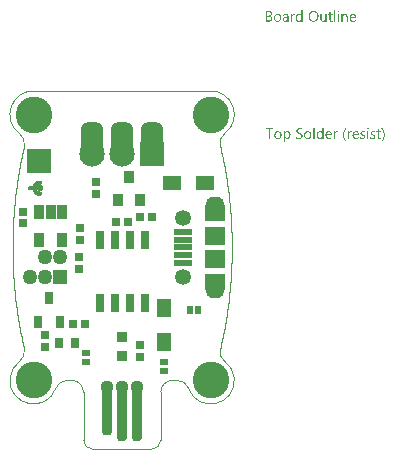
<source format=gts>
G04*
G04 #@! TF.GenerationSoftware,Altium Limited,Altium Designer,21.9.2 (33)*
G04*
G04 Layer_Color=8388736*
%FSAX25Y25*%
%MOIN*%
G70*
G04*
G04 #@! TF.SameCoordinates,B38DDDDE-E499-4E20-BA9E-D90CFE60B386*
G04*
G04*
G04 #@! TF.FilePolarity,Negative*
G04*
G01*
G75*
%ADD13C,0.00394*%
%ADD32C,0.02191*%
%ADD33O,0.00600X0.00601*%
%ADD34R,0.02953X0.06102*%
%ADD35R,0.05906X0.02165*%
%ADD36R,0.06693X0.06496*%
%ADD37R,0.03347X0.04528*%
G04:AMPARAMS|DCode=38|XSize=74.8mil|YSize=116.14mil|CornerRadius=29.17mil|HoleSize=0mil|Usage=FLASHONLY|Rotation=0.000|XOffset=0mil|YOffset=0mil|HoleType=Round|Shape=RoundedRectangle|*
%AMROUNDEDRECTD38*
21,1,0.07480,0.05780,0,0,0.0*
21,1,0.01646,0.11614,0,0,0.0*
1,1,0.05835,0.00823,-0.02890*
1,1,0.05835,-0.00823,-0.02890*
1,1,0.05835,-0.00823,0.02890*
1,1,0.05835,0.00823,0.02890*
%
%ADD38ROUNDEDRECTD38*%
%ADD39R,0.04921X0.05906*%
%ADD40R,0.01968X0.03150*%
%ADD41R,0.02756X0.02559*%
%ADD42R,0.03740X0.03740*%
%ADD43R,0.05906X0.04921*%
%ADD44R,0.03150X0.01968*%
%ADD45R,0.02756X0.02559*%
%ADD46R,0.02559X0.02756*%
%ADD47R,0.02953X0.03740*%
%ADD48R,0.02953X0.04134*%
%ADD49R,0.02559X0.02756*%
%ADD50R,0.03740X0.04134*%
G04:AMPARAMS|DCode=51|XSize=35.43mil|YSize=188.98mil|CornerRadius=13.82mil|HoleSize=0mil|Usage=FLASHONLY|Rotation=180.000|XOffset=0mil|YOffset=0mil|HoleType=Round|Shape=RoundedRectangle|*
%AMROUNDEDRECTD51*
21,1,0.03543,0.16134,0,0,180.0*
21,1,0.00780,0.18898,0,0,180.0*
1,1,0.02764,-0.00390,0.08067*
1,1,0.02764,0.00390,0.08067*
1,1,0.02764,0.00390,-0.08067*
1,1,0.02764,-0.00390,-0.08067*
%
%ADD51ROUNDEDRECTD51*%
G04:AMPARAMS|DCode=52|XSize=35.43mil|YSize=169.29mil|CornerRadius=13.82mil|HoleSize=0mil|Usage=FLASHONLY|Rotation=180.000|XOffset=0mil|YOffset=0mil|HoleType=Round|Shape=RoundedRectangle|*
%AMROUNDEDRECTD52*
21,1,0.03543,0.14165,0,0,180.0*
21,1,0.00780,0.16929,0,0,180.0*
1,1,0.02764,-0.00390,0.07083*
1,1,0.02764,0.00390,0.07083*
1,1,0.02764,0.00390,-0.07083*
1,1,0.02764,-0.00390,-0.07083*
%
%ADD52ROUNDEDRECTD52*%
%ADD53R,0.06693X0.05315*%
%ADD54R,0.06693X0.05315*%
%ADD55C,0.04961*%
%ADD56R,0.04961X0.04961*%
%ADD57C,0.05315*%
%ADD58O,0.06693X0.06299*%
%ADD59R,0.08465X0.08465*%
%ADD60C,0.08465*%
%ADD61C,0.00591*%
%ADD62C,0.04370*%
%ADD63C,0.12205*%
G36*
X0072142Y0146274D02*
X0072167D01*
X0072223Y0146249D01*
X0072254Y0146231D01*
X0072285Y0146206D01*
X0072291Y0146200D01*
X0072297Y0146194D01*
X0072328Y0146157D01*
X0072353Y0146095D01*
X0072359Y0146057D01*
X0072365Y0146020D01*
Y0146014D01*
Y0146002D01*
X0072359Y0145983D01*
X0072353Y0145958D01*
X0072334Y0145897D01*
X0072309Y0145866D01*
X0072285Y0145835D01*
X0072278D01*
X0072272Y0145822D01*
X0072235Y0145798D01*
X0072179Y0145773D01*
X0072142Y0145767D01*
X0072105Y0145760D01*
X0072086D01*
X0072068Y0145767D01*
X0072043D01*
X0071981Y0145791D01*
X0071950Y0145804D01*
X0071919Y0145828D01*
Y0145835D01*
X0071907Y0145841D01*
X0071895Y0145860D01*
X0071882Y0145878D01*
X0071857Y0145940D01*
X0071851Y0145977D01*
X0071845Y0146020D01*
Y0146027D01*
Y0146039D01*
X0071851Y0146057D01*
X0071857Y0146089D01*
X0071876Y0146144D01*
X0071895Y0146175D01*
X0071919Y0146206D01*
X0071925Y0146212D01*
X0071932Y0146219D01*
X0071969Y0146243D01*
X0072031Y0146268D01*
X0072068Y0146280D01*
X0072124D01*
X0072142Y0146274D01*
D02*
G37*
G36*
X0060152Y0142610D02*
X0059750D01*
Y0143031D01*
X0059737D01*
Y0143024D01*
X0059725Y0143012D01*
X0059706Y0142987D01*
X0059688Y0142956D01*
X0059657Y0142919D01*
X0059620Y0142882D01*
X0059576Y0142839D01*
X0059527Y0142795D01*
X0059471Y0142746D01*
X0059403Y0142703D01*
X0059335Y0142665D01*
X0059255Y0142628D01*
X0059174Y0142597D01*
X0059081Y0142573D01*
X0058982Y0142560D01*
X0058877Y0142554D01*
X0058834D01*
X0058797Y0142560D01*
X0058759Y0142566D01*
X0058710Y0142573D01*
X0058605Y0142597D01*
X0058481Y0142634D01*
X0058357Y0142696D01*
X0058289Y0142734D01*
X0058233Y0142777D01*
X0058171Y0142833D01*
X0058116Y0142888D01*
Y0142894D01*
X0058103Y0142907D01*
X0058091Y0142925D01*
X0058072Y0142950D01*
X0058054Y0142981D01*
X0058029Y0143024D01*
X0058004Y0143074D01*
X0057979Y0143130D01*
X0057948Y0143192D01*
X0057924Y0143260D01*
X0057899Y0143334D01*
X0057880Y0143414D01*
X0057862Y0143501D01*
X0057849Y0143600D01*
X0057843Y0143699D01*
X0057837Y0143804D01*
Y0143811D01*
Y0143829D01*
Y0143866D01*
X0057843Y0143910D01*
X0057849Y0143959D01*
X0057856Y0144021D01*
X0057862Y0144089D01*
X0057874Y0144163D01*
X0057911Y0144324D01*
X0057967Y0144492D01*
X0058004Y0144572D01*
X0058047Y0144652D01*
X0058091Y0144727D01*
X0058147Y0144801D01*
X0058153Y0144807D01*
X0058159Y0144819D01*
X0058178Y0144838D01*
X0058202Y0144863D01*
X0058233Y0144888D01*
X0058276Y0144919D01*
X0058320Y0144956D01*
X0058369Y0144993D01*
X0058493Y0145061D01*
X0058636Y0145123D01*
X0058716Y0145141D01*
X0058803Y0145160D01*
X0058889Y0145172D01*
X0058988Y0145179D01*
X0059038D01*
X0059075Y0145172D01*
X0059112Y0145166D01*
X0059162Y0145160D01*
X0059273Y0145129D01*
X0059397Y0145080D01*
X0059459Y0145049D01*
X0059521Y0145005D01*
X0059583Y0144962D01*
X0059638Y0144906D01*
X0059688Y0144844D01*
X0059737Y0144770D01*
X0059750D01*
Y0146330D01*
X0060152D01*
Y0142610D01*
D02*
G37*
G36*
X0074420Y0145172D02*
X0074494Y0145166D01*
X0074587Y0145148D01*
X0074686Y0145117D01*
X0074792Y0145067D01*
X0074897Y0144999D01*
X0074940Y0144962D01*
X0074983Y0144912D01*
X0074996Y0144900D01*
X0075020Y0144863D01*
X0075051Y0144801D01*
X0075095Y0144714D01*
X0075132Y0144609D01*
X0075169Y0144479D01*
X0075194Y0144324D01*
X0075200Y0144145D01*
Y0142610D01*
X0074798D01*
Y0144040D01*
Y0144046D01*
Y0144077D01*
X0074792Y0144114D01*
Y0144163D01*
X0074779Y0144225D01*
X0074767Y0144293D01*
X0074748Y0144368D01*
X0074723Y0144442D01*
X0074692Y0144516D01*
X0074655Y0144584D01*
X0074606Y0144652D01*
X0074550Y0144714D01*
X0074488Y0144764D01*
X0074408Y0144801D01*
X0074321Y0144832D01*
X0074216Y0144838D01*
X0074203D01*
X0074166Y0144832D01*
X0074111Y0144826D01*
X0074042Y0144807D01*
X0073962Y0144782D01*
X0073875Y0144739D01*
X0073795Y0144683D01*
X0073714Y0144609D01*
X0073708Y0144597D01*
X0073684Y0144572D01*
X0073652Y0144522D01*
X0073615Y0144454D01*
X0073578Y0144374D01*
X0073547Y0144275D01*
X0073523Y0144163D01*
X0073516Y0144040D01*
Y0142610D01*
X0073114D01*
Y0145123D01*
X0073516D01*
Y0144702D01*
X0073529D01*
X0073535Y0144708D01*
X0073541Y0144720D01*
X0073560Y0144745D01*
X0073584Y0144776D01*
X0073609Y0144813D01*
X0073646Y0144851D01*
X0073690Y0144894D01*
X0073739Y0144943D01*
X0073795Y0144987D01*
X0073857Y0145030D01*
X0073925Y0145067D01*
X0073999Y0145104D01*
X0074073Y0145135D01*
X0074160Y0145160D01*
X0074253Y0145172D01*
X0074352Y0145179D01*
X0074389D01*
X0074420Y0145172D01*
D02*
G37*
G36*
X0057422Y0145160D02*
X0057497Y0145154D01*
X0057540Y0145141D01*
X0057571Y0145129D01*
Y0144714D01*
X0057565Y0144720D01*
X0057552Y0144727D01*
X0057528Y0144739D01*
X0057497Y0144758D01*
X0057453Y0144770D01*
X0057398Y0144782D01*
X0057336Y0144789D01*
X0057268Y0144795D01*
X0057255D01*
X0057224Y0144789D01*
X0057175Y0144782D01*
X0057119Y0144764D01*
X0057045Y0144733D01*
X0056977Y0144690D01*
X0056902Y0144628D01*
X0056834Y0144547D01*
X0056828Y0144535D01*
X0056810Y0144504D01*
X0056779Y0144448D01*
X0056748Y0144374D01*
X0056717Y0144281D01*
X0056686Y0144163D01*
X0056667Y0144033D01*
X0056661Y0143885D01*
Y0142610D01*
X0056259D01*
Y0145123D01*
X0056661D01*
Y0144603D01*
X0056673D01*
Y0144609D01*
X0056679Y0144615D01*
X0056692Y0144646D01*
X0056710Y0144696D01*
X0056741Y0144758D01*
X0056772Y0144819D01*
X0056822Y0144888D01*
X0056871Y0144956D01*
X0056933Y0145018D01*
X0056940Y0145024D01*
X0056964Y0145042D01*
X0057001Y0145067D01*
X0057051Y0145092D01*
X0057107Y0145117D01*
X0057175Y0145141D01*
X0057249Y0145160D01*
X0057329Y0145166D01*
X0057385D01*
X0057422Y0145160D01*
D02*
G37*
G36*
X0068162Y0142610D02*
X0067760D01*
Y0143006D01*
X0067747D01*
Y0143000D01*
X0067735Y0142987D01*
X0067722Y0142963D01*
X0067698Y0142938D01*
X0067642Y0142864D01*
X0067555Y0142783D01*
X0067506Y0142740D01*
X0067450Y0142696D01*
X0067388Y0142659D01*
X0067314Y0142622D01*
X0067240Y0142597D01*
X0067159Y0142573D01*
X0067066Y0142560D01*
X0066974Y0142554D01*
X0066936D01*
X0066893Y0142560D01*
X0066831Y0142573D01*
X0066763Y0142585D01*
X0066689Y0142610D01*
X0066608Y0142641D01*
X0066528Y0142690D01*
X0066441Y0142746D01*
X0066361Y0142814D01*
X0066286Y0142901D01*
X0066218Y0143006D01*
X0066156Y0143123D01*
X0066113Y0143266D01*
X0066088Y0143433D01*
X0066076Y0143520D01*
Y0143619D01*
Y0145123D01*
X0066472D01*
Y0143681D01*
Y0143674D01*
Y0143650D01*
X0066478Y0143606D01*
X0066484Y0143557D01*
X0066491Y0143495D01*
X0066503Y0143433D01*
X0066522Y0143359D01*
X0066546Y0143284D01*
X0066584Y0143210D01*
X0066621Y0143142D01*
X0066670Y0143074D01*
X0066732Y0143012D01*
X0066800Y0142963D01*
X0066881Y0142925D01*
X0066980Y0142894D01*
X0067085Y0142888D01*
X0067097D01*
X0067134Y0142894D01*
X0067190Y0142901D01*
X0067252Y0142913D01*
X0067333Y0142944D01*
X0067413Y0142981D01*
X0067493Y0143031D01*
X0067568Y0143105D01*
X0067574Y0143117D01*
X0067599Y0143142D01*
X0067630Y0143192D01*
X0067667Y0143260D01*
X0067698Y0143340D01*
X0067729Y0143439D01*
X0067753Y0143551D01*
X0067760Y0143674D01*
Y0145123D01*
X0068162D01*
Y0142610D01*
D02*
G37*
G36*
X0072297D02*
X0071895D01*
Y0145123D01*
X0072297D01*
Y0142610D01*
D02*
G37*
G36*
X0071078D02*
X0070675D01*
Y0146330D01*
X0071078D01*
Y0142610D01*
D02*
G37*
G36*
X0054699Y0145172D02*
X0054754Y0145166D01*
X0054822Y0145148D01*
X0054897Y0145129D01*
X0054977Y0145098D01*
X0055064Y0145061D01*
X0055144Y0145011D01*
X0055225Y0144949D01*
X0055299Y0144875D01*
X0055367Y0144782D01*
X0055423Y0144677D01*
X0055466Y0144553D01*
X0055491Y0144411D01*
X0055503Y0144244D01*
Y0142610D01*
X0055101D01*
Y0143000D01*
X0055089D01*
Y0142993D01*
X0055076Y0142981D01*
X0055064Y0142956D01*
X0055039Y0142932D01*
X0054977Y0142857D01*
X0054897Y0142777D01*
X0054785Y0142696D01*
X0054655Y0142622D01*
X0054575Y0142597D01*
X0054495Y0142573D01*
X0054408Y0142560D01*
X0054315Y0142554D01*
X0054278D01*
X0054253Y0142560D01*
X0054185Y0142566D01*
X0054105Y0142579D01*
X0054005Y0142604D01*
X0053913Y0142634D01*
X0053814Y0142684D01*
X0053727Y0142746D01*
X0053721Y0142758D01*
X0053696Y0142783D01*
X0053659Y0142826D01*
X0053622Y0142888D01*
X0053584Y0142963D01*
X0053547Y0143049D01*
X0053523Y0143154D01*
X0053516Y0143272D01*
Y0143278D01*
Y0143303D01*
X0053523Y0143340D01*
X0053529Y0143384D01*
X0053541Y0143439D01*
X0053560Y0143501D01*
X0053584Y0143569D01*
X0053622Y0143637D01*
X0053665Y0143711D01*
X0053721Y0143786D01*
X0053789Y0143854D01*
X0053869Y0143916D01*
X0053962Y0143978D01*
X0054074Y0144027D01*
X0054197Y0144064D01*
X0054346Y0144095D01*
X0055101Y0144201D01*
Y0144207D01*
Y0144225D01*
X0055095Y0144262D01*
Y0144300D01*
X0055082Y0144349D01*
X0055076Y0144405D01*
X0055039Y0144522D01*
X0055008Y0144578D01*
X0054977Y0144634D01*
X0054934Y0144690D01*
X0054884Y0144739D01*
X0054822Y0144782D01*
X0054754Y0144813D01*
X0054674Y0144832D01*
X0054581Y0144838D01*
X0054538D01*
X0054507Y0144832D01*
X0054463D01*
X0054420Y0144819D01*
X0054309Y0144801D01*
X0054185Y0144764D01*
X0054049Y0144708D01*
X0053974Y0144671D01*
X0053906Y0144634D01*
X0053832Y0144584D01*
X0053764Y0144529D01*
Y0144943D01*
X0053770D01*
X0053783Y0144956D01*
X0053801Y0144968D01*
X0053832Y0144981D01*
X0053863Y0144999D01*
X0053906Y0145018D01*
X0053956Y0145036D01*
X0054012Y0145061D01*
X0054135Y0145104D01*
X0054284Y0145141D01*
X0054445Y0145166D01*
X0054618Y0145179D01*
X0054655D01*
X0054699Y0145172D01*
D02*
G37*
G36*
X0049010Y0146119D02*
X0049053D01*
X0049097Y0146113D01*
X0049196Y0146101D01*
X0049313Y0146070D01*
X0049437Y0146033D01*
X0049555Y0145977D01*
X0049660Y0145903D01*
X0049666D01*
X0049672Y0145890D01*
X0049703Y0145866D01*
X0049747Y0145816D01*
X0049796Y0145748D01*
X0049840Y0145661D01*
X0049883Y0145562D01*
X0049914Y0145451D01*
X0049926Y0145389D01*
Y0145321D01*
Y0145315D01*
Y0145308D01*
Y0145271D01*
X0049920Y0145216D01*
X0049908Y0145148D01*
X0049889Y0145061D01*
X0049858Y0144974D01*
X0049821Y0144888D01*
X0049765Y0144801D01*
X0049759Y0144789D01*
X0049734Y0144764D01*
X0049697Y0144727D01*
X0049648Y0144677D01*
X0049586Y0144628D01*
X0049512Y0144572D01*
X0049419Y0144529D01*
X0049320Y0144485D01*
Y0144479D01*
X0049338D01*
X0049357Y0144473D01*
X0049375Y0144467D01*
X0049443Y0144454D01*
X0049524Y0144430D01*
X0049611Y0144392D01*
X0049703Y0144349D01*
X0049796Y0144287D01*
X0049883Y0144207D01*
X0049895Y0144194D01*
X0049920Y0144163D01*
X0049951Y0144120D01*
X0049994Y0144052D01*
X0050032Y0143965D01*
X0050069Y0143866D01*
X0050093Y0143749D01*
X0050100Y0143619D01*
Y0143613D01*
Y0143600D01*
Y0143575D01*
X0050093Y0143544D01*
X0050087Y0143507D01*
X0050081Y0143464D01*
X0050056Y0143359D01*
X0050019Y0143241D01*
X0049963Y0143117D01*
X0049926Y0143062D01*
X0049883Y0143000D01*
X0049827Y0142944D01*
X0049771Y0142888D01*
X0049765D01*
X0049759Y0142876D01*
X0049740Y0142864D01*
X0049716Y0142845D01*
X0049685Y0142826D01*
X0049641Y0142802D01*
X0049549Y0142752D01*
X0049431Y0142696D01*
X0049295Y0142653D01*
X0049134Y0142622D01*
X0049053Y0142616D01*
X0048961Y0142610D01*
X0047933D01*
Y0146126D01*
X0048979D01*
X0049010Y0146119D01*
D02*
G37*
G36*
X0069505Y0145123D02*
X0070143D01*
Y0144776D01*
X0069505D01*
Y0143359D01*
Y0143346D01*
Y0143315D01*
X0069511Y0143272D01*
X0069518Y0143216D01*
X0069542Y0143099D01*
X0069561Y0143043D01*
X0069592Y0143000D01*
X0069598Y0142993D01*
X0069610Y0142981D01*
X0069629Y0142969D01*
X0069660Y0142950D01*
X0069697Y0142925D01*
X0069747Y0142913D01*
X0069809Y0142901D01*
X0069877Y0142894D01*
X0069901D01*
X0069932Y0142901D01*
X0069969Y0142907D01*
X0070056Y0142932D01*
X0070100Y0142950D01*
X0070143Y0142975D01*
Y0142628D01*
X0070137D01*
X0070118Y0142616D01*
X0070087Y0142610D01*
X0070044Y0142597D01*
X0069988Y0142585D01*
X0069926Y0142573D01*
X0069852Y0142566D01*
X0069765Y0142560D01*
X0069734D01*
X0069703Y0142566D01*
X0069660Y0142573D01*
X0069610Y0142585D01*
X0069555Y0142597D01*
X0069499Y0142622D01*
X0069437Y0142653D01*
X0069375Y0142690D01*
X0069313Y0142740D01*
X0069258Y0142795D01*
X0069208Y0142870D01*
X0069165Y0142950D01*
X0069134Y0143049D01*
X0069109Y0143161D01*
X0069103Y0143291D01*
Y0144776D01*
X0068676D01*
Y0145123D01*
X0069103D01*
Y0145736D01*
X0069505Y0145866D01*
Y0145123D01*
D02*
G37*
G36*
X0077032Y0145172D02*
X0077076Y0145166D01*
X0077119Y0145160D01*
X0077230Y0145141D01*
X0077354Y0145098D01*
X0077478Y0145042D01*
X0077540Y0145005D01*
X0077602Y0144962D01*
X0077657Y0144912D01*
X0077713Y0144857D01*
X0077719Y0144851D01*
X0077725Y0144844D01*
X0077738Y0144826D01*
X0077757Y0144801D01*
X0077775Y0144764D01*
X0077800Y0144727D01*
X0077825Y0144683D01*
X0077849Y0144628D01*
X0077874Y0144566D01*
X0077899Y0144504D01*
X0077924Y0144430D01*
X0077942Y0144349D01*
X0077961Y0144262D01*
X0077973Y0144176D01*
X0077986Y0144077D01*
Y0143972D01*
Y0143761D01*
X0076209D01*
Y0143755D01*
Y0143743D01*
Y0143724D01*
X0076215Y0143693D01*
X0076221Y0143656D01*
Y0143619D01*
X0076240Y0143520D01*
X0076271Y0143421D01*
X0076308Y0143309D01*
X0076364Y0143204D01*
X0076432Y0143111D01*
X0076444Y0143099D01*
X0076469Y0143074D01*
X0076518Y0143043D01*
X0076587Y0143000D01*
X0076673Y0142956D01*
X0076772Y0142925D01*
X0076890Y0142901D01*
X0077026Y0142888D01*
X0077069D01*
X0077100Y0142894D01*
X0077138D01*
X0077181Y0142901D01*
X0077286Y0142925D01*
X0077404Y0142956D01*
X0077534Y0143006D01*
X0077670Y0143074D01*
X0077738Y0143117D01*
X0077806Y0143167D01*
Y0142789D01*
X0077800D01*
X0077794Y0142777D01*
X0077775Y0142771D01*
X0077744Y0142752D01*
X0077713Y0142734D01*
X0077676Y0142715D01*
X0077627Y0142696D01*
X0077577Y0142672D01*
X0077515Y0142647D01*
X0077447Y0142628D01*
X0077298Y0142591D01*
X0077125Y0142566D01*
X0076933Y0142554D01*
X0076884D01*
X0076847Y0142560D01*
X0076803Y0142566D01*
X0076748Y0142573D01*
X0076630Y0142597D01*
X0076494Y0142634D01*
X0076358Y0142696D01*
X0076289Y0142740D01*
X0076221Y0142783D01*
X0076160Y0142833D01*
X0076098Y0142894D01*
X0076091Y0142901D01*
X0076085Y0142913D01*
X0076073Y0142932D01*
X0076048Y0142956D01*
X0076029Y0142993D01*
X0076005Y0143037D01*
X0075974Y0143086D01*
X0075949Y0143142D01*
X0075918Y0143204D01*
X0075893Y0143278D01*
X0075862Y0143359D01*
X0075844Y0143445D01*
X0075825Y0143538D01*
X0075807Y0143637D01*
X0075800Y0143743D01*
X0075794Y0143854D01*
Y0143860D01*
Y0143879D01*
Y0143910D01*
X0075800Y0143953D01*
X0075807Y0144002D01*
X0075813Y0144058D01*
X0075819Y0144126D01*
X0075838Y0144194D01*
X0075875Y0144343D01*
X0075930Y0144504D01*
X0075968Y0144584D01*
X0076017Y0144659D01*
X0076067Y0144739D01*
X0076122Y0144807D01*
X0076129Y0144813D01*
X0076141Y0144826D01*
X0076160Y0144844D01*
X0076184Y0144863D01*
X0076215Y0144894D01*
X0076252Y0144925D01*
X0076302Y0144956D01*
X0076351Y0144993D01*
X0076469Y0145061D01*
X0076611Y0145123D01*
X0076692Y0145141D01*
X0076772Y0145160D01*
X0076859Y0145172D01*
X0076952Y0145179D01*
X0077001D01*
X0077032Y0145172D01*
D02*
G37*
G36*
X0063990Y0146181D02*
X0064052Y0146175D01*
X0064126Y0146163D01*
X0064207Y0146144D01*
X0064293Y0146126D01*
X0064380Y0146101D01*
X0064479Y0146070D01*
X0064572Y0146027D01*
X0064671Y0145977D01*
X0064770Y0145921D01*
X0064863Y0145853D01*
X0064956Y0145779D01*
X0065042Y0145692D01*
X0065048Y0145686D01*
X0065061Y0145668D01*
X0065086Y0145643D01*
X0065110Y0145606D01*
X0065148Y0145556D01*
X0065185Y0145494D01*
X0065222Y0145426D01*
X0065265Y0145352D01*
X0065308Y0145259D01*
X0065346Y0145166D01*
X0065383Y0145061D01*
X0065420Y0144943D01*
X0065445Y0144826D01*
X0065469Y0144696D01*
X0065482Y0144553D01*
X0065488Y0144411D01*
Y0144399D01*
Y0144374D01*
Y0144331D01*
X0065482Y0144269D01*
X0065475Y0144194D01*
X0065463Y0144114D01*
X0065451Y0144021D01*
X0065432Y0143916D01*
X0065407Y0143811D01*
X0065377Y0143699D01*
X0065339Y0143588D01*
X0065296Y0143476D01*
X0065240Y0143359D01*
X0065178Y0143254D01*
X0065110Y0143148D01*
X0065030Y0143049D01*
X0065024Y0143043D01*
X0065011Y0143031D01*
X0064980Y0143006D01*
X0064949Y0142975D01*
X0064900Y0142932D01*
X0064844Y0142894D01*
X0064782Y0142845D01*
X0064708Y0142802D01*
X0064627Y0142758D01*
X0064535Y0142709D01*
X0064436Y0142672D01*
X0064324Y0142634D01*
X0064207Y0142597D01*
X0064083Y0142573D01*
X0063953Y0142560D01*
X0063810Y0142554D01*
X0063779D01*
X0063736Y0142560D01*
X0063687D01*
X0063625Y0142566D01*
X0063550Y0142579D01*
X0063470Y0142597D01*
X0063377Y0142616D01*
X0063284Y0142641D01*
X0063185Y0142672D01*
X0063086Y0142715D01*
X0062987Y0142758D01*
X0062888Y0142814D01*
X0062789Y0142882D01*
X0062696Y0142956D01*
X0062610Y0143043D01*
X0062603Y0143049D01*
X0062591Y0143068D01*
X0062566Y0143093D01*
X0062542Y0143130D01*
X0062504Y0143179D01*
X0062467Y0143241D01*
X0062430Y0143309D01*
X0062387Y0143390D01*
X0062343Y0143476D01*
X0062306Y0143569D01*
X0062269Y0143674D01*
X0062232Y0143792D01*
X0062207Y0143910D01*
X0062182Y0144040D01*
X0062170Y0144182D01*
X0062164Y0144324D01*
Y0144337D01*
Y0144361D01*
X0062170Y0144405D01*
Y0144467D01*
X0062176Y0144535D01*
X0062189Y0144622D01*
X0062201Y0144714D01*
X0062220Y0144813D01*
X0062244Y0144919D01*
X0062275Y0145030D01*
X0062312Y0145141D01*
X0062356Y0145253D01*
X0062411Y0145364D01*
X0062473Y0145476D01*
X0062542Y0145581D01*
X0062622Y0145680D01*
X0062628Y0145686D01*
X0062641Y0145705D01*
X0062672Y0145729D01*
X0062709Y0145760D01*
X0062752Y0145798D01*
X0062808Y0145841D01*
X0062876Y0145884D01*
X0062950Y0145934D01*
X0063037Y0145983D01*
X0063130Y0146027D01*
X0063228Y0146070D01*
X0063340Y0146107D01*
X0063464Y0146138D01*
X0063594Y0146169D01*
X0063730Y0146181D01*
X0063872Y0146187D01*
X0063940D01*
X0063990Y0146181D01*
D02*
G37*
G36*
X0051963Y0145172D02*
X0052006Y0145166D01*
X0052062Y0145160D01*
X0052186Y0145135D01*
X0052328Y0145092D01*
X0052470Y0145030D01*
X0052545Y0144993D01*
X0052613Y0144949D01*
X0052681Y0144894D01*
X0052743Y0144832D01*
X0052749Y0144826D01*
X0052755Y0144813D01*
X0052774Y0144795D01*
X0052792Y0144770D01*
X0052817Y0144733D01*
X0052842Y0144690D01*
X0052873Y0144640D01*
X0052904Y0144584D01*
X0052928Y0144516D01*
X0052959Y0144448D01*
X0052984Y0144368D01*
X0053009Y0144281D01*
X0053027Y0144188D01*
X0053046Y0144089D01*
X0053052Y0143984D01*
X0053058Y0143872D01*
Y0143866D01*
Y0143848D01*
Y0143817D01*
X0053052Y0143773D01*
X0053046Y0143724D01*
X0053040Y0143662D01*
X0053027Y0143600D01*
X0053015Y0143526D01*
X0052978Y0143377D01*
X0052916Y0143216D01*
X0052879Y0143136D01*
X0052829Y0143055D01*
X0052780Y0142981D01*
X0052718Y0142913D01*
X0052712Y0142907D01*
X0052699Y0142901D01*
X0052681Y0142882D01*
X0052656Y0142857D01*
X0052619Y0142833D01*
X0052582Y0142802D01*
X0052532Y0142764D01*
X0052477Y0142734D01*
X0052415Y0142703D01*
X0052346Y0142665D01*
X0052272Y0142634D01*
X0052192Y0142610D01*
X0052105Y0142585D01*
X0052012Y0142573D01*
X0051913Y0142560D01*
X0051808Y0142554D01*
X0051752D01*
X0051715Y0142560D01*
X0051672Y0142566D01*
X0051616Y0142573D01*
X0051554Y0142585D01*
X0051486Y0142597D01*
X0051344Y0142641D01*
X0051195Y0142703D01*
X0051121Y0142740D01*
X0051053Y0142789D01*
X0050985Y0142839D01*
X0050917Y0142901D01*
X0050910Y0142907D01*
X0050904Y0142919D01*
X0050886Y0142938D01*
X0050867Y0142963D01*
X0050842Y0143000D01*
X0050811Y0143043D01*
X0050780Y0143093D01*
X0050756Y0143148D01*
X0050725Y0143216D01*
X0050694Y0143284D01*
X0050663Y0143359D01*
X0050638Y0143445D01*
X0050601Y0143631D01*
X0050595Y0143730D01*
X0050589Y0143835D01*
Y0143842D01*
Y0143866D01*
Y0143897D01*
X0050595Y0143941D01*
X0050601Y0143990D01*
X0050607Y0144052D01*
X0050620Y0144120D01*
X0050632Y0144194D01*
X0050669Y0144355D01*
X0050731Y0144516D01*
X0050774Y0144597D01*
X0050818Y0144677D01*
X0050867Y0144751D01*
X0050929Y0144819D01*
X0050935Y0144826D01*
X0050948Y0144838D01*
X0050966Y0144851D01*
X0050991Y0144875D01*
X0051028Y0144900D01*
X0051071Y0144931D01*
X0051121Y0144968D01*
X0051177Y0144999D01*
X0051239Y0145030D01*
X0051313Y0145067D01*
X0051387Y0145098D01*
X0051474Y0145123D01*
X0051560Y0145148D01*
X0051659Y0145166D01*
X0051765Y0145172D01*
X0051870Y0145179D01*
X0051926D01*
X0051963Y0145172D01*
D02*
G37*
G36*
X0081959Y0107212D02*
X0081984D01*
X0082040Y0107188D01*
X0082071Y0107169D01*
X0082102Y0107144D01*
X0082108Y0107138D01*
X0082114Y0107132D01*
X0082145Y0107095D01*
X0082170Y0107033D01*
X0082176Y0106996D01*
X0082182Y0106958D01*
Y0106952D01*
Y0106940D01*
X0082176Y0106921D01*
X0082170Y0106897D01*
X0082151Y0106835D01*
X0082127Y0106804D01*
X0082102Y0106773D01*
X0082096D01*
X0082090Y0106761D01*
X0082052Y0106736D01*
X0081997Y0106711D01*
X0081959Y0106705D01*
X0081922Y0106699D01*
X0081904D01*
X0081885Y0106705D01*
X0081861D01*
X0081799Y0106729D01*
X0081768Y0106742D01*
X0081737Y0106767D01*
Y0106773D01*
X0081724Y0106779D01*
X0081712Y0106798D01*
X0081700Y0106816D01*
X0081675Y0106878D01*
X0081669Y0106915D01*
X0081662Y0106958D01*
Y0106965D01*
Y0106977D01*
X0081669Y0106996D01*
X0081675Y0107027D01*
X0081693Y0107082D01*
X0081712Y0107113D01*
X0081737Y0107144D01*
X0081743Y0107150D01*
X0081749Y0107157D01*
X0081786Y0107181D01*
X0081848Y0107206D01*
X0081885Y0107219D01*
X0081941D01*
X0081959Y0107212D01*
D02*
G37*
G36*
X0059391Y0107120D02*
X0059440D01*
X0059552Y0107107D01*
X0059676Y0107095D01*
X0059799Y0107070D01*
X0059917Y0107039D01*
X0059966Y0107020D01*
X0060016Y0106996D01*
Y0106531D01*
X0060010D01*
X0060004Y0106544D01*
X0059985Y0106550D01*
X0059960Y0106569D01*
X0059929Y0106581D01*
X0059892Y0106599D01*
X0059799Y0106643D01*
X0059688Y0106680D01*
X0059552Y0106717D01*
X0059391Y0106742D01*
X0059217Y0106748D01*
X0059168D01*
X0059131Y0106742D01*
X0059094D01*
X0059044Y0106736D01*
X0058945Y0106717D01*
X0058939D01*
X0058920Y0106711D01*
X0058896Y0106705D01*
X0058865Y0106699D01*
X0058790Y0106668D01*
X0058704Y0106631D01*
X0058697D01*
X0058685Y0106618D01*
X0058666Y0106606D01*
X0058642Y0106587D01*
X0058586Y0106531D01*
X0058530Y0106463D01*
Y0106457D01*
X0058518Y0106445D01*
X0058512Y0106426D01*
X0058499Y0106395D01*
X0058487Y0106358D01*
X0058481Y0106321D01*
X0058468Y0106222D01*
Y0106216D01*
Y0106197D01*
Y0106172D01*
X0058475Y0106141D01*
X0058487Y0106067D01*
X0058518Y0105987D01*
Y0105981D01*
X0058530Y0105968D01*
X0058536Y0105950D01*
X0058555Y0105925D01*
X0058605Y0105869D01*
X0058666Y0105807D01*
X0058673Y0105801D01*
X0058685Y0105795D01*
X0058704Y0105776D01*
X0058735Y0105758D01*
X0058772Y0105733D01*
X0058809Y0105708D01*
X0058908Y0105646D01*
X0058914Y0105640D01*
X0058933Y0105634D01*
X0058964Y0105615D01*
X0059001Y0105597D01*
X0059050Y0105572D01*
X0059106Y0105547D01*
X0059230Y0105485D01*
X0059236Y0105479D01*
X0059261Y0105467D01*
X0059298Y0105448D01*
X0059347Y0105423D01*
X0059403Y0105399D01*
X0059465Y0105361D01*
X0059589Y0105287D01*
X0059595Y0105281D01*
X0059620Y0105269D01*
X0059651Y0105250D01*
X0059694Y0105219D01*
X0059787Y0105145D01*
X0059886Y0105058D01*
X0059892Y0105052D01*
X0059911Y0105040D01*
X0059929Y0105009D01*
X0059960Y0104978D01*
X0059991Y0104934D01*
X0060028Y0104891D01*
X0060090Y0104780D01*
X0060096Y0104773D01*
X0060103Y0104755D01*
X0060115Y0104724D01*
X0060127Y0104681D01*
X0060140Y0104631D01*
X0060152Y0104569D01*
X0060164Y0104507D01*
Y0104433D01*
Y0104421D01*
Y0104390D01*
X0060158Y0104340D01*
X0060152Y0104278D01*
X0060140Y0104210D01*
X0060121Y0104136D01*
X0060096Y0104062D01*
X0060059Y0103993D01*
X0060053Y0103987D01*
X0060041Y0103963D01*
X0060016Y0103932D01*
X0059991Y0103888D01*
X0059948Y0103845D01*
X0059904Y0103796D01*
X0059849Y0103746D01*
X0059787Y0103696D01*
X0059781Y0103690D01*
X0059756Y0103678D01*
X0059719Y0103659D01*
X0059669Y0103635D01*
X0059614Y0103610D01*
X0059545Y0103585D01*
X0059465Y0103560D01*
X0059385Y0103542D01*
X0059372D01*
X0059347Y0103535D01*
X0059304Y0103529D01*
X0059242Y0103517D01*
X0059174Y0103511D01*
X0059094Y0103498D01*
X0059007Y0103492D01*
X0058858D01*
X0058790Y0103498D01*
X0058704Y0103505D01*
X0058685D01*
X0058660Y0103511D01*
X0058629Y0103517D01*
X0058549Y0103523D01*
X0058456Y0103542D01*
X0058450D01*
X0058431Y0103548D01*
X0058407Y0103554D01*
X0058376Y0103560D01*
X0058301Y0103579D01*
X0058215Y0103604D01*
X0058209D01*
X0058196Y0103610D01*
X0058178Y0103616D01*
X0058153Y0103628D01*
X0058091Y0103653D01*
X0058029Y0103690D01*
Y0104173D01*
X0058035Y0104167D01*
X0058047Y0104161D01*
X0058060Y0104148D01*
X0058085Y0104130D01*
X0058153Y0104086D01*
X0058233Y0104037D01*
X0058239D01*
X0058252Y0104031D01*
X0058276Y0104018D01*
X0058307Y0104006D01*
X0058388Y0103969D01*
X0058475Y0103938D01*
X0058481D01*
X0058499Y0103932D01*
X0058524Y0103926D01*
X0058555Y0103919D01*
X0058642Y0103894D01*
X0058735Y0103876D01*
X0058759D01*
X0058784Y0103870D01*
X0058815D01*
X0058889Y0103864D01*
X0058976Y0103857D01*
X0059038D01*
X0059106Y0103864D01*
X0059193Y0103876D01*
X0059285Y0103888D01*
X0059378Y0103913D01*
X0059465Y0103950D01*
X0059545Y0103993D01*
X0059552Y0104000D01*
X0059576Y0104018D01*
X0059607Y0104055D01*
X0059638Y0104099D01*
X0059676Y0104155D01*
X0059700Y0104229D01*
X0059725Y0104309D01*
X0059731Y0104402D01*
Y0104408D01*
Y0104427D01*
Y0104452D01*
X0059725Y0104489D01*
X0059706Y0104569D01*
X0059669Y0104650D01*
Y0104656D01*
X0059657Y0104668D01*
X0059645Y0104687D01*
X0059626Y0104712D01*
X0059570Y0104773D01*
X0059496Y0104842D01*
X0059490Y0104848D01*
X0059477Y0104860D01*
X0059453Y0104873D01*
X0059422Y0104897D01*
X0059385Y0104922D01*
X0059341Y0104953D01*
X0059236Y0105009D01*
X0059230Y0105015D01*
X0059211Y0105021D01*
X0059180Y0105040D01*
X0059137Y0105058D01*
X0059094Y0105089D01*
X0059038Y0105114D01*
X0058908Y0105182D01*
X0058902Y0105188D01*
X0058877Y0105201D01*
X0058840Y0105219D01*
X0058797Y0105238D01*
X0058747Y0105269D01*
X0058691Y0105300D01*
X0058568Y0105368D01*
X0058561Y0105374D01*
X0058543Y0105386D01*
X0058512Y0105405D01*
X0058475Y0105430D01*
X0058382Y0105498D01*
X0058289Y0105578D01*
X0058283Y0105584D01*
X0058270Y0105597D01*
X0058246Y0105622D01*
X0058221Y0105652D01*
X0058190Y0105696D01*
X0058159Y0105739D01*
X0058103Y0105838D01*
Y0105844D01*
X0058091Y0105863D01*
X0058085Y0105894D01*
X0058072Y0105937D01*
X0058060Y0105987D01*
X0058047Y0106049D01*
X0058041Y0106111D01*
X0058035Y0106185D01*
Y0106197D01*
Y0106228D01*
X0058041Y0106272D01*
X0058047Y0106327D01*
X0058060Y0106395D01*
X0058078Y0106463D01*
X0058103Y0106531D01*
X0058140Y0106599D01*
X0058147Y0106606D01*
X0058159Y0106631D01*
X0058184Y0106661D01*
X0058215Y0106705D01*
X0058252Y0106748D01*
X0058301Y0106798D01*
X0058357Y0106847D01*
X0058419Y0106890D01*
X0058425Y0106897D01*
X0058450Y0106909D01*
X0058487Y0106934D01*
X0058530Y0106958D01*
X0058592Y0106983D01*
X0058654Y0107014D01*
X0058728Y0107039D01*
X0058809Y0107064D01*
X0058821D01*
X0058846Y0107076D01*
X0058889Y0107082D01*
X0058951Y0107095D01*
X0059019Y0107107D01*
X0059094Y0107113D01*
X0059261Y0107126D01*
X0059347D01*
X0059391Y0107120D01*
D02*
G37*
G36*
X0067122Y0103548D02*
X0066720D01*
Y0103969D01*
X0066707D01*
Y0103963D01*
X0066695Y0103950D01*
X0066676Y0103926D01*
X0066658Y0103894D01*
X0066627Y0103857D01*
X0066590Y0103820D01*
X0066546Y0103777D01*
X0066497Y0103734D01*
X0066441Y0103684D01*
X0066373Y0103641D01*
X0066305Y0103604D01*
X0066224Y0103566D01*
X0066144Y0103535D01*
X0066051Y0103511D01*
X0065952Y0103498D01*
X0065847Y0103492D01*
X0065804D01*
X0065766Y0103498D01*
X0065729Y0103505D01*
X0065680Y0103511D01*
X0065575Y0103535D01*
X0065451Y0103573D01*
X0065327Y0103635D01*
X0065259Y0103672D01*
X0065203Y0103715D01*
X0065141Y0103771D01*
X0065086Y0103826D01*
Y0103833D01*
X0065073Y0103845D01*
X0065061Y0103864D01*
X0065042Y0103888D01*
X0065024Y0103919D01*
X0064999Y0103963D01*
X0064974Y0104012D01*
X0064949Y0104068D01*
X0064918Y0104130D01*
X0064894Y0104198D01*
X0064869Y0104272D01*
X0064850Y0104353D01*
X0064832Y0104439D01*
X0064819Y0104538D01*
X0064813Y0104637D01*
X0064807Y0104743D01*
Y0104749D01*
Y0104767D01*
Y0104804D01*
X0064813Y0104848D01*
X0064819Y0104897D01*
X0064826Y0104959D01*
X0064832Y0105027D01*
X0064844Y0105102D01*
X0064881Y0105262D01*
X0064937Y0105430D01*
X0064974Y0105510D01*
X0065017Y0105591D01*
X0065061Y0105665D01*
X0065117Y0105739D01*
X0065123Y0105745D01*
X0065129Y0105758D01*
X0065148Y0105776D01*
X0065172Y0105801D01*
X0065203Y0105826D01*
X0065246Y0105857D01*
X0065290Y0105894D01*
X0065339Y0105931D01*
X0065463Y0105999D01*
X0065605Y0106061D01*
X0065686Y0106080D01*
X0065773Y0106098D01*
X0065859Y0106111D01*
X0065958Y0106117D01*
X0066008D01*
X0066045Y0106111D01*
X0066082Y0106104D01*
X0066132Y0106098D01*
X0066243Y0106067D01*
X0066367Y0106018D01*
X0066429Y0105987D01*
X0066491Y0105943D01*
X0066553Y0105900D01*
X0066608Y0105844D01*
X0066658Y0105782D01*
X0066707Y0105708D01*
X0066720D01*
Y0107268D01*
X0067122D01*
Y0103548D01*
D02*
G37*
G36*
X0055175Y0106111D02*
X0055219Y0106104D01*
X0055262Y0106098D01*
X0055373Y0106073D01*
X0055497Y0106036D01*
X0055621Y0105974D01*
X0055683Y0105937D01*
X0055745Y0105888D01*
X0055800Y0105838D01*
X0055856Y0105776D01*
X0055862Y0105770D01*
X0055869Y0105764D01*
X0055881Y0105739D01*
X0055900Y0105714D01*
X0055918Y0105683D01*
X0055943Y0105640D01*
X0055968Y0105591D01*
X0055992Y0105541D01*
X0056017Y0105479D01*
X0056042Y0105411D01*
X0056067Y0105337D01*
X0056085Y0105256D01*
X0056116Y0105077D01*
X0056129Y0104978D01*
Y0104873D01*
Y0104866D01*
Y0104848D01*
Y0104811D01*
X0056122Y0104767D01*
Y0104718D01*
X0056110Y0104656D01*
X0056104Y0104588D01*
X0056091Y0104514D01*
X0056054Y0104353D01*
X0055999Y0104185D01*
X0055962Y0104105D01*
X0055924Y0104025D01*
X0055875Y0103944D01*
X0055819Y0103870D01*
X0055813Y0103864D01*
X0055807Y0103851D01*
X0055788Y0103833D01*
X0055763Y0103814D01*
X0055733Y0103783D01*
X0055695Y0103752D01*
X0055652Y0103715D01*
X0055603Y0103684D01*
X0055547Y0103647D01*
X0055485Y0103610D01*
X0055336Y0103554D01*
X0055256Y0103529D01*
X0055175Y0103511D01*
X0055082Y0103498D01*
X0054984Y0103492D01*
X0054934D01*
X0054903Y0103498D01*
X0054860Y0103505D01*
X0054816Y0103517D01*
X0054705Y0103542D01*
X0054587Y0103591D01*
X0054519Y0103628D01*
X0054457Y0103665D01*
X0054395Y0103715D01*
X0054340Y0103771D01*
X0054278Y0103833D01*
X0054228Y0103907D01*
X0054216D01*
Y0102397D01*
X0053814D01*
Y0106061D01*
X0054216D01*
Y0105615D01*
X0054228D01*
X0054234Y0105622D01*
X0054241Y0105640D01*
X0054259Y0105665D01*
X0054284Y0105696D01*
X0054315Y0105733D01*
X0054352Y0105776D01*
X0054395Y0105820D01*
X0054451Y0105869D01*
X0054507Y0105912D01*
X0054569Y0105956D01*
X0054643Y0105999D01*
X0054717Y0106036D01*
X0054804Y0106073D01*
X0054897Y0106098D01*
X0054990Y0106111D01*
X0055095Y0106117D01*
X0055144D01*
X0055175Y0106111D01*
D02*
G37*
G36*
X0083866D02*
X0083947Y0106104D01*
X0084033Y0106092D01*
X0084132Y0106067D01*
X0084231Y0106042D01*
X0084330Y0106005D01*
Y0105597D01*
X0084318Y0105603D01*
X0084281Y0105628D01*
X0084225Y0105652D01*
X0084151Y0105690D01*
X0084058Y0105721D01*
X0083947Y0105752D01*
X0083823Y0105770D01*
X0083693Y0105776D01*
X0083625D01*
X0083563Y0105764D01*
X0083488Y0105752D01*
X0083482D01*
X0083476Y0105745D01*
X0083439Y0105733D01*
X0083389Y0105708D01*
X0083334Y0105677D01*
X0083321Y0105671D01*
X0083297Y0105646D01*
X0083266Y0105609D01*
X0083235Y0105566D01*
X0083228Y0105553D01*
X0083216Y0105523D01*
X0083204Y0105479D01*
X0083197Y0105423D01*
Y0105417D01*
Y0105405D01*
Y0105386D01*
X0083204Y0105368D01*
X0083216Y0105312D01*
X0083235Y0105256D01*
X0083241Y0105244D01*
X0083259Y0105219D01*
X0083297Y0105182D01*
X0083340Y0105139D01*
X0083346D01*
X0083352Y0105132D01*
X0083389Y0105108D01*
X0083439Y0105077D01*
X0083507Y0105046D01*
X0083513D01*
X0083526Y0105040D01*
X0083544Y0105034D01*
X0083575Y0105021D01*
X0083643Y0104996D01*
X0083730Y0104959D01*
X0083736D01*
X0083761Y0104947D01*
X0083792Y0104934D01*
X0083829Y0104922D01*
X0083928Y0104879D01*
X0084027Y0104829D01*
X0084033D01*
X0084052Y0104817D01*
X0084076Y0104804D01*
X0084107Y0104786D01*
X0084182Y0104736D01*
X0084256Y0104674D01*
X0084262Y0104668D01*
X0084275Y0104662D01*
X0084287Y0104643D01*
X0084312Y0104619D01*
X0084355Y0104557D01*
X0084398Y0104476D01*
Y0104470D01*
X0084404Y0104458D01*
X0084417Y0104433D01*
X0084423Y0104402D01*
X0084435Y0104365D01*
X0084442Y0104322D01*
X0084448Y0104216D01*
Y0104210D01*
Y0104185D01*
X0084442Y0104148D01*
X0084435Y0104105D01*
X0084429Y0104055D01*
X0084411Y0104000D01*
X0084392Y0103950D01*
X0084361Y0103894D01*
X0084355Y0103888D01*
X0084349Y0103870D01*
X0084330Y0103845D01*
X0084306Y0103814D01*
X0084275Y0103777D01*
X0084237Y0103740D01*
X0084145Y0103665D01*
X0084138Y0103659D01*
X0084120Y0103653D01*
X0084095Y0103635D01*
X0084052Y0103616D01*
X0084008Y0103591D01*
X0083953Y0103573D01*
X0083897Y0103554D01*
X0083829Y0103535D01*
X0083823D01*
X0083798Y0103529D01*
X0083761Y0103523D01*
X0083717Y0103517D01*
X0083656Y0103505D01*
X0083594Y0103498D01*
X0083451Y0103492D01*
X0083389D01*
X0083315Y0103498D01*
X0083222Y0103511D01*
X0083117Y0103529D01*
X0083006Y0103554D01*
X0082894Y0103585D01*
X0082783Y0103635D01*
Y0104068D01*
X0082789D01*
X0082795Y0104055D01*
X0082814Y0104043D01*
X0082838Y0104031D01*
X0082907Y0103993D01*
X0082999Y0103950D01*
X0083105Y0103901D01*
X0083228Y0103864D01*
X0083365Y0103839D01*
X0083507Y0103826D01*
X0083556D01*
X0083587Y0103833D01*
X0083674Y0103845D01*
X0083773Y0103870D01*
X0083866Y0103913D01*
X0083909Y0103944D01*
X0083953Y0103975D01*
X0083984Y0104018D01*
X0084008Y0104062D01*
X0084027Y0104117D01*
X0084033Y0104179D01*
Y0104185D01*
Y0104198D01*
Y0104216D01*
X0084027Y0104235D01*
X0084015Y0104291D01*
X0083990Y0104346D01*
Y0104353D01*
X0083984Y0104359D01*
X0083959Y0104390D01*
X0083922Y0104433D01*
X0083866Y0104470D01*
X0083860D01*
X0083854Y0104482D01*
X0083816Y0104501D01*
X0083761Y0104538D01*
X0083687Y0104569D01*
X0083680D01*
X0083668Y0104575D01*
X0083649Y0104588D01*
X0083618Y0104600D01*
X0083550Y0104625D01*
X0083464Y0104662D01*
X0083457D01*
X0083433Y0104674D01*
X0083402Y0104687D01*
X0083365Y0104699D01*
X0083266Y0104743D01*
X0083166Y0104792D01*
X0083160Y0104798D01*
X0083148Y0104804D01*
X0083123Y0104817D01*
X0083092Y0104835D01*
X0083024Y0104885D01*
X0082956Y0104941D01*
X0082950Y0104947D01*
X0082944Y0104953D01*
X0082925Y0104972D01*
X0082907Y0104996D01*
X0082863Y0105058D01*
X0082826Y0105132D01*
Y0105139D01*
X0082820Y0105151D01*
X0082814Y0105176D01*
X0082807Y0105207D01*
X0082801Y0105244D01*
X0082795Y0105287D01*
X0082789Y0105393D01*
Y0105399D01*
Y0105423D01*
X0082795Y0105454D01*
X0082801Y0105498D01*
X0082807Y0105547D01*
X0082826Y0105597D01*
X0082845Y0105652D01*
X0082869Y0105702D01*
X0082876Y0105708D01*
X0082882Y0105727D01*
X0082900Y0105752D01*
X0082925Y0105782D01*
X0082993Y0105857D01*
X0083080Y0105931D01*
X0083086Y0105937D01*
X0083105Y0105943D01*
X0083129Y0105962D01*
X0083173Y0105981D01*
X0083216Y0106005D01*
X0083266Y0106030D01*
X0083389Y0106067D01*
X0083396D01*
X0083420Y0106073D01*
X0083451Y0106086D01*
X0083501Y0106092D01*
X0083550Y0106104D01*
X0083612Y0106111D01*
X0083748Y0106117D01*
X0083804D01*
X0083866Y0106111D01*
D02*
G37*
G36*
X0080511D02*
X0080591Y0106104D01*
X0080678Y0106092D01*
X0080777Y0106067D01*
X0080876Y0106042D01*
X0080975Y0106005D01*
Y0105597D01*
X0080963Y0105603D01*
X0080926Y0105628D01*
X0080870Y0105652D01*
X0080796Y0105690D01*
X0080703Y0105721D01*
X0080591Y0105752D01*
X0080468Y0105770D01*
X0080338Y0105776D01*
X0080270D01*
X0080208Y0105764D01*
X0080133Y0105752D01*
X0080127D01*
X0080121Y0105745D01*
X0080084Y0105733D01*
X0080034Y0105708D01*
X0079979Y0105677D01*
X0079966Y0105671D01*
X0079941Y0105646D01*
X0079911Y0105609D01*
X0079880Y0105566D01*
X0079874Y0105553D01*
X0079861Y0105523D01*
X0079849Y0105479D01*
X0079843Y0105423D01*
Y0105417D01*
Y0105405D01*
Y0105386D01*
X0079849Y0105368D01*
X0079861Y0105312D01*
X0079880Y0105256D01*
X0079886Y0105244D01*
X0079904Y0105219D01*
X0079941Y0105182D01*
X0079985Y0105139D01*
X0079991D01*
X0079997Y0105132D01*
X0080034Y0105108D01*
X0080084Y0105077D01*
X0080152Y0105046D01*
X0080158D01*
X0080171Y0105040D01*
X0080189Y0105034D01*
X0080220Y0105021D01*
X0080288Y0104996D01*
X0080375Y0104959D01*
X0080381D01*
X0080406Y0104947D01*
X0080437Y0104934D01*
X0080474Y0104922D01*
X0080573Y0104879D01*
X0080672Y0104829D01*
X0080678D01*
X0080697Y0104817D01*
X0080721Y0104804D01*
X0080752Y0104786D01*
X0080827Y0104736D01*
X0080901Y0104674D01*
X0080907Y0104668D01*
X0080920Y0104662D01*
X0080932Y0104643D01*
X0080957Y0104619D01*
X0081000Y0104557D01*
X0081043Y0104476D01*
Y0104470D01*
X0081050Y0104458D01*
X0081062Y0104433D01*
X0081068Y0104402D01*
X0081081Y0104365D01*
X0081087Y0104322D01*
X0081093Y0104216D01*
Y0104210D01*
Y0104185D01*
X0081087Y0104148D01*
X0081081Y0104105D01*
X0081074Y0104055D01*
X0081056Y0104000D01*
X0081037Y0103950D01*
X0081006Y0103894D01*
X0081000Y0103888D01*
X0080994Y0103870D01*
X0080975Y0103845D01*
X0080950Y0103814D01*
X0080920Y0103777D01*
X0080882Y0103740D01*
X0080790Y0103665D01*
X0080783Y0103659D01*
X0080765Y0103653D01*
X0080740Y0103635D01*
X0080697Y0103616D01*
X0080653Y0103591D01*
X0080598Y0103573D01*
X0080542Y0103554D01*
X0080474Y0103535D01*
X0080468D01*
X0080443Y0103529D01*
X0080406Y0103523D01*
X0080362Y0103517D01*
X0080301Y0103505D01*
X0080239Y0103498D01*
X0080096Y0103492D01*
X0080034D01*
X0079960Y0103498D01*
X0079867Y0103511D01*
X0079762Y0103529D01*
X0079651Y0103554D01*
X0079539Y0103585D01*
X0079428Y0103635D01*
Y0104068D01*
X0079434D01*
X0079440Y0104055D01*
X0079459Y0104043D01*
X0079483Y0104031D01*
X0079552Y0103993D01*
X0079644Y0103950D01*
X0079750Y0103901D01*
X0079874Y0103864D01*
X0080010Y0103839D01*
X0080152Y0103826D01*
X0080202D01*
X0080233Y0103833D01*
X0080319Y0103845D01*
X0080418Y0103870D01*
X0080511Y0103913D01*
X0080554Y0103944D01*
X0080598Y0103975D01*
X0080629Y0104018D01*
X0080653Y0104062D01*
X0080672Y0104117D01*
X0080678Y0104179D01*
Y0104185D01*
Y0104198D01*
Y0104216D01*
X0080672Y0104235D01*
X0080660Y0104291D01*
X0080635Y0104346D01*
Y0104353D01*
X0080629Y0104359D01*
X0080604Y0104390D01*
X0080567Y0104433D01*
X0080511Y0104470D01*
X0080505D01*
X0080499Y0104482D01*
X0080462Y0104501D01*
X0080406Y0104538D01*
X0080331Y0104569D01*
X0080325D01*
X0080313Y0104575D01*
X0080294Y0104588D01*
X0080263Y0104600D01*
X0080195Y0104625D01*
X0080109Y0104662D01*
X0080102D01*
X0080078Y0104674D01*
X0080047Y0104687D01*
X0080010Y0104699D01*
X0079911Y0104743D01*
X0079812Y0104792D01*
X0079805Y0104798D01*
X0079793Y0104804D01*
X0079768Y0104817D01*
X0079737Y0104835D01*
X0079669Y0104885D01*
X0079601Y0104941D01*
X0079595Y0104947D01*
X0079589Y0104953D01*
X0079570Y0104972D01*
X0079552Y0104996D01*
X0079508Y0105058D01*
X0079471Y0105132D01*
Y0105139D01*
X0079465Y0105151D01*
X0079459Y0105176D01*
X0079453Y0105207D01*
X0079446Y0105244D01*
X0079440Y0105287D01*
X0079434Y0105393D01*
Y0105399D01*
Y0105423D01*
X0079440Y0105454D01*
X0079446Y0105498D01*
X0079453Y0105547D01*
X0079471Y0105597D01*
X0079490Y0105652D01*
X0079514Y0105702D01*
X0079521Y0105708D01*
X0079527Y0105727D01*
X0079545Y0105752D01*
X0079570Y0105782D01*
X0079638Y0105857D01*
X0079725Y0105931D01*
X0079731Y0105937D01*
X0079750Y0105943D01*
X0079774Y0105962D01*
X0079818Y0105981D01*
X0079861Y0106005D01*
X0079911Y0106030D01*
X0080034Y0106067D01*
X0080041D01*
X0080065Y0106073D01*
X0080096Y0106086D01*
X0080146Y0106092D01*
X0080195Y0106104D01*
X0080257Y0106111D01*
X0080393Y0106117D01*
X0080449D01*
X0080511Y0106111D01*
D02*
G37*
G36*
X0076364Y0106098D02*
X0076438Y0106092D01*
X0076481Y0106080D01*
X0076512Y0106067D01*
Y0105652D01*
X0076506Y0105659D01*
X0076494Y0105665D01*
X0076469Y0105677D01*
X0076438Y0105696D01*
X0076395Y0105708D01*
X0076339Y0105721D01*
X0076277Y0105727D01*
X0076209Y0105733D01*
X0076197D01*
X0076166Y0105727D01*
X0076116Y0105721D01*
X0076060Y0105702D01*
X0075986Y0105671D01*
X0075918Y0105628D01*
X0075844Y0105566D01*
X0075776Y0105485D01*
X0075770Y0105473D01*
X0075751Y0105442D01*
X0075720Y0105386D01*
X0075689Y0105312D01*
X0075658Y0105219D01*
X0075627Y0105102D01*
X0075609Y0104972D01*
X0075602Y0104823D01*
Y0103548D01*
X0075200D01*
Y0106061D01*
X0075602D01*
Y0105541D01*
X0075615D01*
Y0105547D01*
X0075621Y0105553D01*
X0075633Y0105584D01*
X0075652Y0105634D01*
X0075683Y0105696D01*
X0075714Y0105758D01*
X0075763Y0105826D01*
X0075813Y0105894D01*
X0075875Y0105956D01*
X0075881Y0105962D01*
X0075906Y0105981D01*
X0075943Y0106005D01*
X0075992Y0106030D01*
X0076048Y0106055D01*
X0076116Y0106080D01*
X0076190Y0106098D01*
X0076271Y0106104D01*
X0076327D01*
X0076364Y0106098D01*
D02*
G37*
G36*
X0071727D02*
X0071802Y0106092D01*
X0071845Y0106080D01*
X0071876Y0106067D01*
Y0105652D01*
X0071870Y0105659D01*
X0071857Y0105665D01*
X0071833Y0105677D01*
X0071802Y0105696D01*
X0071758Y0105708D01*
X0071703Y0105721D01*
X0071641Y0105727D01*
X0071573Y0105733D01*
X0071560D01*
X0071529Y0105727D01*
X0071480Y0105721D01*
X0071424Y0105702D01*
X0071350Y0105671D01*
X0071282Y0105628D01*
X0071207Y0105566D01*
X0071139Y0105485D01*
X0071133Y0105473D01*
X0071115Y0105442D01*
X0071084Y0105386D01*
X0071053Y0105312D01*
X0071022Y0105219D01*
X0070991Y0105102D01*
X0070972Y0104972D01*
X0070966Y0104823D01*
Y0103548D01*
X0070564D01*
Y0106061D01*
X0070966D01*
Y0105541D01*
X0070978D01*
Y0105547D01*
X0070985Y0105553D01*
X0070997Y0105584D01*
X0071016Y0105634D01*
X0071047Y0105696D01*
X0071078Y0105758D01*
X0071127Y0105826D01*
X0071176Y0105894D01*
X0071238Y0105956D01*
X0071245Y0105962D01*
X0071269Y0105981D01*
X0071307Y0106005D01*
X0071356Y0106030D01*
X0071412Y0106055D01*
X0071480Y0106080D01*
X0071554Y0106098D01*
X0071635Y0106104D01*
X0071690D01*
X0071727Y0106098D01*
D02*
G37*
G36*
X0082114Y0103548D02*
X0081712D01*
Y0106061D01*
X0082114D01*
Y0103548D01*
D02*
G37*
G36*
X0064157D02*
X0063755D01*
Y0107268D01*
X0064157D01*
Y0103548D01*
D02*
G37*
G36*
X0050372Y0106692D02*
X0049357D01*
Y0103548D01*
X0048948D01*
Y0106692D01*
X0047933D01*
Y0107064D01*
X0050372D01*
Y0106692D01*
D02*
G37*
G36*
X0085599Y0106061D02*
X0086237D01*
Y0105714D01*
X0085599D01*
Y0104297D01*
Y0104285D01*
Y0104253D01*
X0085605Y0104210D01*
X0085612Y0104155D01*
X0085636Y0104037D01*
X0085655Y0103981D01*
X0085686Y0103938D01*
X0085692Y0103932D01*
X0085704Y0103919D01*
X0085723Y0103907D01*
X0085754Y0103888D01*
X0085791Y0103864D01*
X0085841Y0103851D01*
X0085903Y0103839D01*
X0085971Y0103833D01*
X0085995D01*
X0086026Y0103839D01*
X0086063Y0103845D01*
X0086150Y0103870D01*
X0086193Y0103888D01*
X0086237Y0103913D01*
Y0103566D01*
X0086231D01*
X0086212Y0103554D01*
X0086181Y0103548D01*
X0086138Y0103535D01*
X0086082Y0103523D01*
X0086020Y0103511D01*
X0085946Y0103505D01*
X0085859Y0103498D01*
X0085828D01*
X0085797Y0103505D01*
X0085754Y0103511D01*
X0085704Y0103523D01*
X0085649Y0103535D01*
X0085593Y0103560D01*
X0085531Y0103591D01*
X0085469Y0103628D01*
X0085407Y0103678D01*
X0085352Y0103734D01*
X0085302Y0103808D01*
X0085259Y0103888D01*
X0085228Y0103987D01*
X0085203Y0104099D01*
X0085197Y0104229D01*
Y0105714D01*
X0084770D01*
Y0106061D01*
X0085197D01*
Y0106674D01*
X0085599Y0106804D01*
Y0106061D01*
D02*
G37*
G36*
X0078017Y0106111D02*
X0078060Y0106104D01*
X0078103Y0106098D01*
X0078215Y0106080D01*
X0078338Y0106036D01*
X0078462Y0105981D01*
X0078524Y0105943D01*
X0078586Y0105900D01*
X0078642Y0105851D01*
X0078697Y0105795D01*
X0078703Y0105789D01*
X0078710Y0105782D01*
X0078722Y0105764D01*
X0078741Y0105739D01*
X0078759Y0105702D01*
X0078784Y0105665D01*
X0078809Y0105622D01*
X0078834Y0105566D01*
X0078858Y0105504D01*
X0078883Y0105442D01*
X0078908Y0105368D01*
X0078926Y0105287D01*
X0078945Y0105201D01*
X0078957Y0105114D01*
X0078970Y0105015D01*
Y0104910D01*
Y0104699D01*
X0077193D01*
Y0104693D01*
Y0104681D01*
Y0104662D01*
X0077199Y0104631D01*
X0077206Y0104594D01*
Y0104557D01*
X0077224Y0104458D01*
X0077255Y0104359D01*
X0077292Y0104247D01*
X0077348Y0104142D01*
X0077416Y0104049D01*
X0077428Y0104037D01*
X0077453Y0104012D01*
X0077503Y0103981D01*
X0077571Y0103938D01*
X0077657Y0103894D01*
X0077757Y0103864D01*
X0077874Y0103839D01*
X0078010Y0103826D01*
X0078054D01*
X0078085Y0103833D01*
X0078122D01*
X0078165Y0103839D01*
X0078270Y0103864D01*
X0078388Y0103894D01*
X0078518Y0103944D01*
X0078654Y0104012D01*
X0078722Y0104055D01*
X0078790Y0104105D01*
Y0103727D01*
X0078784D01*
X0078778Y0103715D01*
X0078759Y0103709D01*
X0078728Y0103690D01*
X0078697Y0103672D01*
X0078660Y0103653D01*
X0078611Y0103635D01*
X0078561Y0103610D01*
X0078499Y0103585D01*
X0078431Y0103566D01*
X0078283Y0103529D01*
X0078109Y0103505D01*
X0077917Y0103492D01*
X0077868D01*
X0077831Y0103498D01*
X0077787Y0103505D01*
X0077732Y0103511D01*
X0077614Y0103535D01*
X0077478Y0103573D01*
X0077342Y0103635D01*
X0077274Y0103678D01*
X0077206Y0103721D01*
X0077144Y0103771D01*
X0077082Y0103833D01*
X0077076Y0103839D01*
X0077069Y0103851D01*
X0077057Y0103870D01*
X0077032Y0103894D01*
X0077014Y0103932D01*
X0076989Y0103975D01*
X0076958Y0104025D01*
X0076933Y0104080D01*
X0076902Y0104142D01*
X0076877Y0104216D01*
X0076847Y0104297D01*
X0076828Y0104384D01*
X0076809Y0104476D01*
X0076791Y0104575D01*
X0076785Y0104681D01*
X0076779Y0104792D01*
Y0104798D01*
Y0104817D01*
Y0104848D01*
X0076785Y0104891D01*
X0076791Y0104941D01*
X0076797Y0104996D01*
X0076803Y0105064D01*
X0076822Y0105132D01*
X0076859Y0105281D01*
X0076915Y0105442D01*
X0076952Y0105523D01*
X0077001Y0105597D01*
X0077051Y0105677D01*
X0077106Y0105745D01*
X0077113Y0105752D01*
X0077125Y0105764D01*
X0077144Y0105782D01*
X0077168Y0105801D01*
X0077199Y0105832D01*
X0077236Y0105863D01*
X0077286Y0105894D01*
X0077336Y0105931D01*
X0077453Y0105999D01*
X0077596Y0106061D01*
X0077676Y0106080D01*
X0077757Y0106098D01*
X0077843Y0106111D01*
X0077936Y0106117D01*
X0077986D01*
X0078017Y0106111D01*
D02*
G37*
G36*
X0069004D02*
X0069047Y0106104D01*
X0069090Y0106098D01*
X0069202Y0106080D01*
X0069326Y0106036D01*
X0069450Y0105981D01*
X0069511Y0105943D01*
X0069573Y0105900D01*
X0069629Y0105851D01*
X0069685Y0105795D01*
X0069691Y0105789D01*
X0069697Y0105782D01*
X0069709Y0105764D01*
X0069728Y0105739D01*
X0069747Y0105702D01*
X0069771Y0105665D01*
X0069796Y0105622D01*
X0069821Y0105566D01*
X0069846Y0105504D01*
X0069870Y0105442D01*
X0069895Y0105368D01*
X0069914Y0105287D01*
X0069932Y0105201D01*
X0069945Y0105114D01*
X0069957Y0105015D01*
Y0104910D01*
Y0104699D01*
X0068181D01*
Y0104693D01*
Y0104681D01*
Y0104662D01*
X0068187Y0104631D01*
X0068193Y0104594D01*
Y0104557D01*
X0068212Y0104458D01*
X0068242Y0104359D01*
X0068280Y0104247D01*
X0068335Y0104142D01*
X0068403Y0104049D01*
X0068416Y0104037D01*
X0068441Y0104012D01*
X0068490Y0103981D01*
X0068558Y0103938D01*
X0068645Y0103894D01*
X0068744Y0103864D01*
X0068862Y0103839D01*
X0068998Y0103826D01*
X0069041D01*
X0069072Y0103833D01*
X0069109D01*
X0069152Y0103839D01*
X0069258Y0103864D01*
X0069375Y0103894D01*
X0069505Y0103944D01*
X0069641Y0104012D01*
X0069709Y0104055D01*
X0069778Y0104105D01*
Y0103727D01*
X0069771D01*
X0069765Y0103715D01*
X0069747Y0103709D01*
X0069716Y0103690D01*
X0069685Y0103672D01*
X0069648Y0103653D01*
X0069598Y0103635D01*
X0069548Y0103610D01*
X0069487Y0103585D01*
X0069419Y0103566D01*
X0069270Y0103529D01*
X0069097Y0103505D01*
X0068905Y0103492D01*
X0068855D01*
X0068818Y0103498D01*
X0068775Y0103505D01*
X0068719Y0103511D01*
X0068602Y0103535D01*
X0068465Y0103573D01*
X0068329Y0103635D01*
X0068261Y0103678D01*
X0068193Y0103721D01*
X0068131Y0103771D01*
X0068069Y0103833D01*
X0068063Y0103839D01*
X0068057Y0103851D01*
X0068044Y0103870D01*
X0068020Y0103894D01*
X0068001Y0103932D01*
X0067976Y0103975D01*
X0067945Y0104025D01*
X0067921Y0104080D01*
X0067890Y0104142D01*
X0067865Y0104216D01*
X0067834Y0104297D01*
X0067815Y0104384D01*
X0067797Y0104476D01*
X0067778Y0104575D01*
X0067772Y0104681D01*
X0067766Y0104792D01*
Y0104798D01*
Y0104817D01*
Y0104848D01*
X0067772Y0104891D01*
X0067778Y0104941D01*
X0067784Y0104996D01*
X0067791Y0105064D01*
X0067809Y0105132D01*
X0067846Y0105281D01*
X0067902Y0105442D01*
X0067939Y0105523D01*
X0067989Y0105597D01*
X0068038Y0105677D01*
X0068094Y0105745D01*
X0068100Y0105752D01*
X0068112Y0105764D01*
X0068131Y0105782D01*
X0068156Y0105801D01*
X0068187Y0105832D01*
X0068224Y0105863D01*
X0068273Y0105894D01*
X0068323Y0105931D01*
X0068441Y0105999D01*
X0068583Y0106061D01*
X0068663Y0106080D01*
X0068744Y0106098D01*
X0068831Y0106111D01*
X0068923Y0106117D01*
X0068973D01*
X0069004Y0106111D01*
D02*
G37*
G36*
X0062015D02*
X0062059Y0106104D01*
X0062114Y0106098D01*
X0062238Y0106073D01*
X0062380Y0106030D01*
X0062523Y0105968D01*
X0062597Y0105931D01*
X0062665Y0105888D01*
X0062733Y0105832D01*
X0062795Y0105770D01*
X0062801Y0105764D01*
X0062808Y0105752D01*
X0062826Y0105733D01*
X0062845Y0105708D01*
X0062870Y0105671D01*
X0062894Y0105628D01*
X0062925Y0105578D01*
X0062956Y0105523D01*
X0062981Y0105454D01*
X0063012Y0105386D01*
X0063037Y0105306D01*
X0063061Y0105219D01*
X0063080Y0105126D01*
X0063099Y0105027D01*
X0063105Y0104922D01*
X0063111Y0104811D01*
Y0104804D01*
Y0104786D01*
Y0104755D01*
X0063105Y0104712D01*
X0063099Y0104662D01*
X0063092Y0104600D01*
X0063080Y0104538D01*
X0063068Y0104464D01*
X0063030Y0104315D01*
X0062969Y0104155D01*
X0062931Y0104074D01*
X0062882Y0103993D01*
X0062832Y0103919D01*
X0062770Y0103851D01*
X0062764Y0103845D01*
X0062752Y0103839D01*
X0062733Y0103820D01*
X0062709Y0103796D01*
X0062672Y0103771D01*
X0062634Y0103740D01*
X0062585Y0103703D01*
X0062529Y0103672D01*
X0062467Y0103641D01*
X0062399Y0103604D01*
X0062325Y0103573D01*
X0062244Y0103548D01*
X0062158Y0103523D01*
X0062065Y0103511D01*
X0061966Y0103498D01*
X0061861Y0103492D01*
X0061805D01*
X0061768Y0103498D01*
X0061724Y0103505D01*
X0061669Y0103511D01*
X0061607Y0103523D01*
X0061539Y0103535D01*
X0061396Y0103579D01*
X0061248Y0103641D01*
X0061173Y0103678D01*
X0061105Y0103727D01*
X0061037Y0103777D01*
X0060969Y0103839D01*
X0060963Y0103845D01*
X0060957Y0103857D01*
X0060938Y0103876D01*
X0060920Y0103901D01*
X0060895Y0103938D01*
X0060864Y0103981D01*
X0060833Y0104031D01*
X0060808Y0104086D01*
X0060777Y0104155D01*
X0060746Y0104223D01*
X0060715Y0104297D01*
X0060691Y0104384D01*
X0060654Y0104569D01*
X0060647Y0104668D01*
X0060641Y0104773D01*
Y0104780D01*
Y0104804D01*
Y0104835D01*
X0060647Y0104879D01*
X0060654Y0104928D01*
X0060660Y0104990D01*
X0060672Y0105058D01*
X0060685Y0105132D01*
X0060722Y0105293D01*
X0060783Y0105454D01*
X0060827Y0105535D01*
X0060870Y0105615D01*
X0060920Y0105690D01*
X0060982Y0105758D01*
X0060988Y0105764D01*
X0061000Y0105776D01*
X0061019Y0105789D01*
X0061044Y0105813D01*
X0061081Y0105838D01*
X0061124Y0105869D01*
X0061173Y0105906D01*
X0061229Y0105937D01*
X0061291Y0105968D01*
X0061365Y0106005D01*
X0061440Y0106036D01*
X0061526Y0106061D01*
X0061613Y0106086D01*
X0061712Y0106104D01*
X0061817Y0106111D01*
X0061923Y0106117D01*
X0061978D01*
X0062015Y0106111D01*
D02*
G37*
G36*
X0052074D02*
X0052118Y0106104D01*
X0052173Y0106098D01*
X0052297Y0106073D01*
X0052439Y0106030D01*
X0052582Y0105968D01*
X0052656Y0105931D01*
X0052724Y0105888D01*
X0052792Y0105832D01*
X0052854Y0105770D01*
X0052860Y0105764D01*
X0052867Y0105752D01*
X0052885Y0105733D01*
X0052904Y0105708D01*
X0052928Y0105671D01*
X0052953Y0105628D01*
X0052984Y0105578D01*
X0053015Y0105523D01*
X0053040Y0105454D01*
X0053071Y0105386D01*
X0053096Y0105306D01*
X0053120Y0105219D01*
X0053139Y0105126D01*
X0053157Y0105027D01*
X0053164Y0104922D01*
X0053170Y0104811D01*
Y0104804D01*
Y0104786D01*
Y0104755D01*
X0053164Y0104712D01*
X0053157Y0104662D01*
X0053151Y0104600D01*
X0053139Y0104538D01*
X0053127Y0104464D01*
X0053089Y0104315D01*
X0053027Y0104155D01*
X0052990Y0104074D01*
X0052941Y0103993D01*
X0052891Y0103919D01*
X0052829Y0103851D01*
X0052823Y0103845D01*
X0052811Y0103839D01*
X0052792Y0103820D01*
X0052767Y0103796D01*
X0052730Y0103771D01*
X0052693Y0103740D01*
X0052644Y0103703D01*
X0052588Y0103672D01*
X0052526Y0103641D01*
X0052458Y0103604D01*
X0052384Y0103573D01*
X0052303Y0103548D01*
X0052217Y0103523D01*
X0052124Y0103511D01*
X0052025Y0103498D01*
X0051919Y0103492D01*
X0051864D01*
X0051827Y0103498D01*
X0051783Y0103505D01*
X0051727Y0103511D01*
X0051666Y0103523D01*
X0051597Y0103535D01*
X0051455Y0103579D01*
X0051307Y0103641D01*
X0051232Y0103678D01*
X0051164Y0103727D01*
X0051096Y0103777D01*
X0051028Y0103839D01*
X0051022Y0103845D01*
X0051016Y0103857D01*
X0050997Y0103876D01*
X0050978Y0103901D01*
X0050954Y0103938D01*
X0050923Y0103981D01*
X0050892Y0104031D01*
X0050867Y0104086D01*
X0050836Y0104155D01*
X0050805Y0104223D01*
X0050774Y0104297D01*
X0050749Y0104384D01*
X0050712Y0104569D01*
X0050706Y0104668D01*
X0050700Y0104773D01*
Y0104780D01*
Y0104804D01*
Y0104835D01*
X0050706Y0104879D01*
X0050712Y0104928D01*
X0050719Y0104990D01*
X0050731Y0105058D01*
X0050743Y0105132D01*
X0050780Y0105293D01*
X0050842Y0105454D01*
X0050886Y0105535D01*
X0050929Y0105615D01*
X0050978Y0105690D01*
X0051040Y0105758D01*
X0051047Y0105764D01*
X0051059Y0105776D01*
X0051078Y0105789D01*
X0051102Y0105813D01*
X0051139Y0105838D01*
X0051183Y0105869D01*
X0051232Y0105906D01*
X0051288Y0105937D01*
X0051350Y0105968D01*
X0051424Y0106005D01*
X0051499Y0106036D01*
X0051585Y0106061D01*
X0051672Y0106086D01*
X0051771Y0106104D01*
X0051876Y0106111D01*
X0051981Y0106117D01*
X0052037D01*
X0052074Y0106111D01*
D02*
G37*
G36*
X0086788Y0107051D02*
X0086813Y0107020D01*
X0086850Y0106971D01*
X0086899Y0106903D01*
X0086961Y0106816D01*
X0087023Y0106711D01*
X0087091Y0106593D01*
X0087165Y0106457D01*
X0087240Y0106302D01*
X0087308Y0106135D01*
X0087370Y0105956D01*
X0087431Y0105764D01*
X0087481Y0105560D01*
X0087518Y0105349D01*
X0087543Y0105120D01*
X0087549Y0104885D01*
Y0104879D01*
Y0104873D01*
Y0104854D01*
Y0104829D01*
Y0104798D01*
X0087543Y0104761D01*
X0087537Y0104674D01*
X0087524Y0104563D01*
X0087506Y0104439D01*
X0087487Y0104297D01*
X0087456Y0104142D01*
X0087413Y0103975D01*
X0087363Y0103808D01*
X0087301Y0103628D01*
X0087227Y0103449D01*
X0087141Y0103269D01*
X0087035Y0103090D01*
X0086918Y0102917D01*
X0086782Y0102749D01*
X0086422D01*
X0086429Y0102762D01*
X0086453Y0102793D01*
X0086491Y0102842D01*
X0086540Y0102910D01*
X0086602Y0102997D01*
X0086664Y0103102D01*
X0086732Y0103226D01*
X0086806Y0103362D01*
X0086880Y0103511D01*
X0086949Y0103678D01*
X0087011Y0103851D01*
X0087072Y0104037D01*
X0087122Y0104241D01*
X0087159Y0104445D01*
X0087184Y0104668D01*
X0087190Y0104891D01*
Y0104897D01*
Y0104903D01*
Y0104922D01*
Y0104947D01*
X0087184Y0105009D01*
X0087178Y0105102D01*
X0087165Y0105207D01*
X0087147Y0105331D01*
X0087128Y0105473D01*
X0087091Y0105628D01*
X0087054Y0105795D01*
X0087004Y0105968D01*
X0086936Y0106148D01*
X0086862Y0106327D01*
X0086775Y0106519D01*
X0086670Y0106705D01*
X0086553Y0106884D01*
X0086416Y0107064D01*
X0086782D01*
X0086788Y0107051D01*
D02*
G37*
G36*
X0074742D02*
X0074717Y0107020D01*
X0074674Y0106971D01*
X0074630Y0106897D01*
X0074569Y0106810D01*
X0074501Y0106705D01*
X0074432Y0106581D01*
X0074364Y0106445D01*
X0074290Y0106290D01*
X0074222Y0106123D01*
X0074154Y0105943D01*
X0074098Y0105752D01*
X0074049Y0105553D01*
X0074005Y0105343D01*
X0073981Y0105120D01*
X0073974Y0104891D01*
Y0104885D01*
Y0104879D01*
Y0104860D01*
Y0104835D01*
X0073981Y0104773D01*
X0073987Y0104687D01*
X0073999Y0104582D01*
X0074018Y0104458D01*
X0074036Y0104315D01*
X0074073Y0104167D01*
X0074111Y0104000D01*
X0074160Y0103833D01*
X0074222Y0103653D01*
X0074296Y0103474D01*
X0074389Y0103288D01*
X0074488Y0103102D01*
X0074606Y0102923D01*
X0074742Y0102749D01*
X0074383D01*
X0074377Y0102762D01*
X0074352Y0102787D01*
X0074315Y0102836D01*
X0074265Y0102904D01*
X0074210Y0102991D01*
X0074142Y0103090D01*
X0074073Y0103207D01*
X0074005Y0103344D01*
X0073931Y0103492D01*
X0073863Y0103653D01*
X0073801Y0103826D01*
X0073739Y0104018D01*
X0073690Y0104216D01*
X0073652Y0104427D01*
X0073628Y0104650D01*
X0073622Y0104885D01*
Y0104891D01*
Y0104897D01*
Y0104916D01*
Y0104941D01*
X0073628Y0104972D01*
Y0105009D01*
X0073634Y0105102D01*
X0073646Y0105207D01*
X0073665Y0105337D01*
X0073684Y0105479D01*
X0073714Y0105640D01*
X0073758Y0105807D01*
X0073807Y0105981D01*
X0073869Y0106160D01*
X0073943Y0106346D01*
X0074030Y0106531D01*
X0074129Y0106711D01*
X0074247Y0106890D01*
X0074383Y0107064D01*
X0074748D01*
X0074742Y0107051D01*
D02*
G37*
G36*
X-0027345Y0089603D02*
X-0027334D01*
X-0027323Y0089601D01*
X-0027311Y0089600D01*
X-0027299Y0089598D01*
X-0027288Y0089596D01*
X-0027277Y0089592D01*
X-0027266Y0089590D01*
X-0027255Y0089585D01*
X-0027244Y0089581D01*
X-0027096Y0089520D01*
X-0027086Y0089515D01*
X-0027075Y0089511D01*
X-0027065Y0089504D01*
X-0027055Y0089499D01*
X-0027045Y0089492D01*
X-0027035Y0089486D01*
X-0027027Y0089479D01*
X-0027017Y0089472D01*
X-0027009Y0089464D01*
X-0027000Y0089456D01*
X-0026887Y0089343D01*
X-0026880Y0089334D01*
X-0026871Y0089326D01*
X-0026865Y0089317D01*
X-0026857Y0089308D01*
X-0026851Y0089298D01*
X-0026844Y0089289D01*
X-0026839Y0089278D01*
X-0026833Y0089268D01*
X-0026828Y0089257D01*
X-0026823Y0089247D01*
X-0026762Y0089100D01*
X-0026758Y0089088D01*
X-0026754Y0089078D01*
X-0026751Y0089066D01*
X-0026748Y0089055D01*
X-0026746Y0089044D01*
X-0026743Y0089033D01*
X-0026742Y0089021D01*
X-0026740Y0089009D01*
Y0088998D01*
X-0026739Y0088986D01*
Y0088906D01*
Y0088826D01*
X-0026740Y0088815D01*
Y0088803D01*
X-0026742Y0088792D01*
X-0026743Y0088780D01*
X-0026746Y0088769D01*
X-0026748Y0088757D01*
X-0026751Y0088746D01*
X-0026754Y0088735D01*
X-0026758Y0088724D01*
X-0026762Y0088713D01*
X-0026823Y0088565D01*
X-0026828Y0088555D01*
X-0026833Y0088544D01*
X-0026839Y0088534D01*
X-0026844Y0088524D01*
X-0026851Y0088515D01*
X-0026857Y0088505D01*
X-0026865Y0088496D01*
X-0026871Y0088486D01*
X-0026880Y0088478D01*
X-0026887Y0088469D01*
X-0027000Y0088357D01*
X-0027009Y0088349D01*
X-0027017Y0088341D01*
X-0027027Y0088334D01*
X-0027035Y0088326D01*
X-0027045Y0088320D01*
X-0027055Y0088313D01*
X-0027065Y0088308D01*
X-0027075Y0088302D01*
X-0027086Y0088298D01*
X-0027096Y0088292D01*
X-0027244Y0088231D01*
X-0027255Y0088228D01*
X-0027266Y0088223D01*
X-0027277Y0088220D01*
X-0027288Y0088217D01*
X-0027299Y0088215D01*
X-0027311Y0088212D01*
X-0027322Y0088211D01*
X-0027334Y0088209D01*
X-0027346D01*
X-0027357Y0088209D01*
X-0027422D01*
X-0027637Y0088187D01*
X-0028046Y0088018D01*
X-0028349Y0087716D01*
X-0028518Y0087306D01*
X-0028538Y0087106D01*
X-0028518Y0086906D01*
X-0028349Y0086497D01*
X-0028046Y0086195D01*
X-0027637Y0086025D01*
X-0027422Y0086004D01*
X-0027357D01*
X-0027345Y0086003D01*
X-0027334D01*
X-0027323Y0086001D01*
X-0027311Y0086000D01*
X-0027299Y0085998D01*
X-0027288Y0085996D01*
X-0027277Y0085992D01*
X-0027266Y0085989D01*
X-0027255Y0085985D01*
X-0027244Y0085981D01*
X-0027096Y0085920D01*
X-0027086Y0085915D01*
X-0027075Y0085911D01*
X-0027065Y0085905D01*
X-0027055Y0085899D01*
X-0027045Y0085892D01*
X-0027035Y0085886D01*
X-0027027Y0085879D01*
X-0027017Y0085872D01*
X-0027009Y0085864D01*
X-0027000Y0085856D01*
X-0026887Y0085743D01*
X-0026880Y0085734D01*
X-0026871Y0085726D01*
X-0026865Y0085717D01*
X-0026857Y0085708D01*
X-0026851Y0085698D01*
X-0026844Y0085689D01*
X-0026839Y0085678D01*
X-0026833Y0085668D01*
X-0026828Y0085657D01*
X-0026823Y0085647D01*
X-0026762Y0085500D01*
X-0026758Y0085488D01*
X-0026754Y0085478D01*
X-0026751Y0085466D01*
X-0026748Y0085455D01*
X-0026746Y0085444D01*
X-0026743Y0085432D01*
X-0026742Y0085421D01*
X-0026740Y0085409D01*
Y0085398D01*
X-0026739Y0085386D01*
Y0085306D01*
Y0085226D01*
X-0026740Y0085215D01*
Y0085203D01*
X-0026742Y0085192D01*
X-0026743Y0085180D01*
X-0026746Y0085169D01*
X-0026748Y0085157D01*
X-0026751Y0085146D01*
X-0026754Y0085135D01*
X-0026758Y0085124D01*
X-0026762Y0085113D01*
X-0026823Y0084965D01*
X-0026828Y0084955D01*
X-0026833Y0084944D01*
X-0026839Y0084935D01*
X-0026844Y0084924D01*
X-0026851Y0084915D01*
X-0026857Y0084905D01*
X-0026865Y0084896D01*
X-0026871Y0084886D01*
X-0026880Y0084878D01*
X-0026887Y0084869D01*
X-0027000Y0084756D01*
X-0027009Y0084749D01*
X-0027017Y0084741D01*
X-0027027Y0084734D01*
X-0027035Y0084726D01*
X-0027045Y0084720D01*
X-0027055Y0084713D01*
X-0027065Y0084708D01*
X-0027075Y0084702D01*
X-0027086Y0084698D01*
X-0027096Y0084692D01*
X-0027244Y0084631D01*
X-0027255Y0084628D01*
X-0027266Y0084623D01*
X-0027277Y0084620D01*
X-0027288Y0084617D01*
X-0027299Y0084615D01*
X-0027311Y0084612D01*
X-0027322Y0084611D01*
X-0027334Y0084610D01*
X-0027346D01*
X-0027357Y0084609D01*
X-0027810D01*
X-0027813Y0084609D01*
X-0027816Y0084609D01*
X-0027836Y0084611D01*
X-0027856Y0084612D01*
X-0027859Y0084613D01*
X-0027862Y0084613D01*
X-0027882Y0084618D01*
X-0027901Y0084623D01*
X-0027904Y0084624D01*
X-0027907Y0084625D01*
X-0028611Y0084870D01*
X-0028613Y0084872D01*
X-0028616Y0084872D01*
X-0028635Y0084881D01*
X-0028653Y0084889D01*
X-0028656Y0084891D01*
X-0028659Y0084892D01*
X-0028675Y0084903D01*
X-0028692Y0084914D01*
X-0028694Y0084916D01*
X-0028697Y0084918D01*
X-0029281Y0085381D01*
X-0029283Y0085383D01*
X-0029286Y0085385D01*
X-0029300Y0085399D01*
X-0029315Y0085412D01*
X-0029317Y0085415D01*
X-0029319Y0085417D01*
X-0029331Y0085433D01*
X-0029344Y0085449D01*
X-0029345Y0085452D01*
X-0029347Y0085454D01*
X-0029746Y0086084D01*
X-0029747Y0086086D01*
X-0029749Y0086089D01*
X-0029758Y0086107D01*
X-0029768Y0086124D01*
X-0029769Y0086128D01*
X-0029770Y0086130D01*
X-0029776Y0086150D01*
X-0029783Y0086168D01*
X-0029783Y0086172D01*
X-0029784Y0086175D01*
X-0029816Y0086309D01*
X-0030845D01*
X-0030891Y0086312D01*
X-0030936Y0086323D01*
X-0030967Y0086336D01*
X-0030979Y0086341D01*
X-0031019Y0086365D01*
X-0031054Y0086395D01*
X-0031348Y0086689D01*
X-0031378Y0086725D01*
X-0031402Y0086764D01*
X-0031420Y0086807D01*
X-0031431Y0086852D01*
X-0031435Y0086899D01*
Y0087314D01*
X-0031434Y0087318D01*
X-0031431Y0087360D01*
X-0031420Y0087406D01*
X-0031410Y0087431D01*
X-0031402Y0087449D01*
X-0031378Y0087488D01*
X-0031348Y0087524D01*
X-0031348Y0087524D01*
X-0031054Y0087817D01*
X-0031054Y0087817D01*
X-0031019Y0087847D01*
X-0030979Y0087872D01*
X-0030958Y0087881D01*
X-0030936Y0087889D01*
X-0030891Y0087900D01*
X-0030845Y0087904D01*
X-0030845D01*
D01*
X-0029816D01*
X-0029784Y0088038D01*
X-0029783Y0088041D01*
X-0029783Y0088044D01*
X-0029776Y0088063D01*
X-0029770Y0088082D01*
X-0029769Y0088085D01*
X-0029768Y0088088D01*
X-0029758Y0088106D01*
X-0029749Y0088124D01*
X-0029747Y0088126D01*
X-0029746Y0088129D01*
X-0029347Y0088758D01*
X-0029345Y0088761D01*
X-0029344Y0088764D01*
X-0029331Y0088779D01*
X-0029319Y0088796D01*
X-0029317Y0088798D01*
X-0029315Y0088800D01*
X-0029300Y0088814D01*
X-0029286Y0088828D01*
X-0029283Y0088830D01*
X-0029281Y0088832D01*
X-0028697Y0089295D01*
X-0028694Y0089297D01*
X-0028692Y0089299D01*
X-0028675Y0089309D01*
X-0028659Y0089321D01*
X-0028656Y0089322D01*
X-0028653Y0089324D01*
X-0028635Y0089332D01*
X-0028616Y0089340D01*
X-0028613Y0089341D01*
X-0028611Y0089342D01*
X-0027907Y0089587D01*
X-0027904Y0089588D01*
X-0027901Y0089590D01*
X-0027882Y0089594D01*
X-0027862Y0089599D01*
X-0027859Y0089600D01*
X-0027856Y0089600D01*
X-0027836Y0089602D01*
X-0027816Y0089604D01*
X-0027813Y0089604D01*
X-0027810Y0089604D01*
X-0027357D01*
X-0027345Y0089603D01*
D02*
G37*
%LPC*%
G36*
X0059038Y0144838D02*
X0059001D01*
X0058976Y0144832D01*
X0058908Y0144826D01*
X0058828Y0144807D01*
X0058735Y0144770D01*
X0058636Y0144720D01*
X0058543Y0144659D01*
X0058499Y0144615D01*
X0058456Y0144566D01*
X0058450Y0144553D01*
X0058425Y0144516D01*
X0058388Y0144454D01*
X0058351Y0144374D01*
X0058314Y0144269D01*
X0058276Y0144139D01*
X0058252Y0143990D01*
X0058246Y0143823D01*
Y0143817D01*
Y0143804D01*
Y0143780D01*
X0058252Y0143749D01*
Y0143718D01*
X0058258Y0143674D01*
X0058270Y0143575D01*
X0058295Y0143464D01*
X0058332Y0143352D01*
X0058382Y0143241D01*
X0058450Y0143136D01*
X0058462Y0143123D01*
X0058487Y0143099D01*
X0058530Y0143055D01*
X0058592Y0143012D01*
X0058673Y0142969D01*
X0058766Y0142925D01*
X0058871Y0142901D01*
X0058995Y0142888D01*
X0059026D01*
X0059050Y0142894D01*
X0059112Y0142901D01*
X0059187Y0142919D01*
X0059273Y0142950D01*
X0059366Y0142987D01*
X0059453Y0143049D01*
X0059539Y0143130D01*
X0059545Y0143142D01*
X0059570Y0143173D01*
X0059607Y0143229D01*
X0059645Y0143297D01*
X0059682Y0143384D01*
X0059719Y0143489D01*
X0059744Y0143613D01*
X0059750Y0143743D01*
Y0144114D01*
Y0144120D01*
Y0144126D01*
Y0144163D01*
X0059737Y0144219D01*
X0059725Y0144293D01*
X0059700Y0144374D01*
X0059663Y0144460D01*
X0059614Y0144547D01*
X0059545Y0144628D01*
X0059539Y0144634D01*
X0059508Y0144659D01*
X0059465Y0144696D01*
X0059409Y0144733D01*
X0059335Y0144770D01*
X0059248Y0144807D01*
X0059149Y0144832D01*
X0059038Y0144838D01*
D02*
G37*
G36*
X0055101Y0143879D02*
X0054495Y0143792D01*
X0054482D01*
X0054451Y0143786D01*
X0054402Y0143773D01*
X0054340Y0143761D01*
X0054272Y0143743D01*
X0054197Y0143718D01*
X0054135Y0143693D01*
X0054074Y0143656D01*
X0054067Y0143650D01*
X0054049Y0143637D01*
X0054030Y0143613D01*
X0054005Y0143575D01*
X0053974Y0143526D01*
X0053956Y0143464D01*
X0053937Y0143390D01*
X0053931Y0143303D01*
Y0143297D01*
Y0143272D01*
X0053937Y0143241D01*
X0053950Y0143198D01*
X0053962Y0143148D01*
X0053987Y0143099D01*
X0054018Y0143049D01*
X0054061Y0143000D01*
X0054067Y0142993D01*
X0054086Y0142981D01*
X0054117Y0142963D01*
X0054154Y0142944D01*
X0054203Y0142925D01*
X0054265Y0142907D01*
X0054334Y0142894D01*
X0054414Y0142888D01*
X0054426D01*
X0054463Y0142894D01*
X0054519Y0142901D01*
X0054587Y0142913D01*
X0054662Y0142938D01*
X0054748Y0142975D01*
X0054829Y0143031D01*
X0054903Y0143099D01*
X0054909Y0143111D01*
X0054934Y0143136D01*
X0054965Y0143179D01*
X0055002Y0143241D01*
X0055039Y0143322D01*
X0055070Y0143408D01*
X0055095Y0143513D01*
X0055101Y0143625D01*
Y0143879D01*
D02*
G37*
G36*
X0048818Y0145754D02*
X0048348D01*
Y0144615D01*
X0048824D01*
X0048886Y0144622D01*
X0048961Y0144634D01*
X0049047Y0144652D01*
X0049140Y0144683D01*
X0049221Y0144720D01*
X0049301Y0144776D01*
X0049307Y0144782D01*
X0049332Y0144807D01*
X0049363Y0144844D01*
X0049400Y0144900D01*
X0049431Y0144962D01*
X0049462Y0145042D01*
X0049487Y0145135D01*
X0049493Y0145240D01*
Y0145247D01*
Y0145265D01*
X0049487Y0145290D01*
X0049481Y0145321D01*
X0049456Y0145401D01*
X0049437Y0145451D01*
X0049406Y0145500D01*
X0049375Y0145544D01*
X0049326Y0145593D01*
X0049276Y0145637D01*
X0049208Y0145674D01*
X0049134Y0145705D01*
X0049041Y0145729D01*
X0048936Y0145748D01*
X0048818Y0145754D01*
D02*
G37*
G36*
Y0144244D02*
X0048348D01*
Y0142981D01*
X0048967D01*
X0049029Y0142987D01*
X0049115Y0143000D01*
X0049202Y0143024D01*
X0049295Y0143049D01*
X0049388Y0143093D01*
X0049468Y0143148D01*
X0049474Y0143154D01*
X0049499Y0143179D01*
X0049530Y0143216D01*
X0049567Y0143272D01*
X0049604Y0143340D01*
X0049635Y0143421D01*
X0049660Y0143520D01*
X0049666Y0143625D01*
Y0143631D01*
Y0143650D01*
X0049660Y0143681D01*
X0049654Y0143724D01*
X0049641Y0143767D01*
X0049623Y0143823D01*
X0049598Y0143879D01*
X0049561Y0143934D01*
X0049518Y0143990D01*
X0049462Y0144046D01*
X0049394Y0144102D01*
X0049307Y0144145D01*
X0049214Y0144188D01*
X0049097Y0144219D01*
X0048967Y0144238D01*
X0048818Y0144244D01*
D02*
G37*
G36*
X0076946Y0144838D02*
X0076896D01*
X0076847Y0144826D01*
X0076779Y0144813D01*
X0076704Y0144789D01*
X0076617Y0144751D01*
X0076537Y0144702D01*
X0076457Y0144634D01*
X0076450Y0144628D01*
X0076426Y0144597D01*
X0076395Y0144553D01*
X0076351Y0144492D01*
X0076308Y0144417D01*
X0076271Y0144324D01*
X0076240Y0144219D01*
X0076215Y0144102D01*
X0077571D01*
Y0144108D01*
Y0144120D01*
Y0144132D01*
Y0144157D01*
X0077565Y0144225D01*
X0077552Y0144300D01*
X0077527Y0144392D01*
X0077503Y0144479D01*
X0077459Y0144566D01*
X0077404Y0144646D01*
X0077398Y0144652D01*
X0077373Y0144677D01*
X0077336Y0144708D01*
X0077286Y0144745D01*
X0077218Y0144776D01*
X0077138Y0144807D01*
X0077051Y0144832D01*
X0076946Y0144838D01*
D02*
G37*
G36*
X0063841Y0145810D02*
X0063786D01*
X0063749Y0145804D01*
X0063699Y0145798D01*
X0063649Y0145791D01*
X0063588Y0145779D01*
X0063520Y0145760D01*
X0063377Y0145711D01*
X0063303Y0145680D01*
X0063222Y0145643D01*
X0063148Y0145593D01*
X0063074Y0145538D01*
X0063006Y0145476D01*
X0062938Y0145408D01*
X0062931Y0145401D01*
X0062925Y0145389D01*
X0062907Y0145364D01*
X0062882Y0145333D01*
X0062857Y0145296D01*
X0062832Y0145247D01*
X0062801Y0145191D01*
X0062770Y0145129D01*
X0062733Y0145055D01*
X0062702Y0144981D01*
X0062678Y0144894D01*
X0062653Y0144801D01*
X0062628Y0144702D01*
X0062610Y0144590D01*
X0062603Y0144479D01*
X0062597Y0144361D01*
Y0144355D01*
Y0144331D01*
Y0144300D01*
X0062603Y0144256D01*
X0062610Y0144201D01*
X0062616Y0144132D01*
X0062628Y0144064D01*
X0062641Y0143990D01*
X0062678Y0143823D01*
X0062739Y0143643D01*
X0062777Y0143557D01*
X0062820Y0143476D01*
X0062876Y0143390D01*
X0062931Y0143315D01*
X0062938Y0143309D01*
X0062950Y0143297D01*
X0062969Y0143278D01*
X0062993Y0143254D01*
X0063024Y0143222D01*
X0063068Y0143192D01*
X0063117Y0143154D01*
X0063167Y0143117D01*
X0063228Y0143080D01*
X0063297Y0143043D01*
X0063445Y0142981D01*
X0063532Y0142956D01*
X0063618Y0142938D01*
X0063711Y0142925D01*
X0063810Y0142919D01*
X0063866D01*
X0063910Y0142925D01*
X0063953Y0142932D01*
X0064015Y0142938D01*
X0064077Y0142950D01*
X0064145Y0142969D01*
X0064287Y0143012D01*
X0064368Y0143043D01*
X0064442Y0143080D01*
X0064516Y0143123D01*
X0064590Y0143173D01*
X0064658Y0143229D01*
X0064727Y0143297D01*
X0064733Y0143303D01*
X0064739Y0143315D01*
X0064758Y0143334D01*
X0064776Y0143365D01*
X0064807Y0143408D01*
X0064832Y0143451D01*
X0064863Y0143507D01*
X0064894Y0143569D01*
X0064925Y0143643D01*
X0064956Y0143724D01*
X0064986Y0143811D01*
X0065011Y0143903D01*
X0065030Y0144002D01*
X0065048Y0144114D01*
X0065055Y0144231D01*
X0065061Y0144355D01*
Y0144361D01*
Y0144386D01*
Y0144423D01*
X0065055Y0144467D01*
X0065048Y0144529D01*
X0065042Y0144597D01*
X0065036Y0144671D01*
X0065017Y0144751D01*
X0064980Y0144919D01*
X0064925Y0145098D01*
X0064887Y0145185D01*
X0064844Y0145271D01*
X0064788Y0145352D01*
X0064733Y0145426D01*
X0064727Y0145432D01*
X0064720Y0145445D01*
X0064702Y0145463D01*
X0064671Y0145488D01*
X0064640Y0145513D01*
X0064603Y0145550D01*
X0064553Y0145581D01*
X0064504Y0145618D01*
X0064442Y0145655D01*
X0064374Y0145686D01*
X0064299Y0145723D01*
X0064219Y0145748D01*
X0064132Y0145773D01*
X0064046Y0145791D01*
X0063947Y0145804D01*
X0063841Y0145810D01*
D02*
G37*
G36*
X0051839Y0144838D02*
X0051802D01*
X0051777Y0144832D01*
X0051703Y0144826D01*
X0051616Y0144807D01*
X0051517Y0144776D01*
X0051412Y0144727D01*
X0051313Y0144659D01*
X0051263Y0144622D01*
X0051220Y0144572D01*
X0051208Y0144560D01*
X0051183Y0144522D01*
X0051152Y0144467D01*
X0051108Y0144386D01*
X0051065Y0144281D01*
X0051034Y0144157D01*
X0051010Y0144015D01*
X0050997Y0143848D01*
Y0143842D01*
Y0143829D01*
Y0143804D01*
X0051003Y0143773D01*
Y0143736D01*
X0051010Y0143693D01*
X0051028Y0143594D01*
X0051053Y0143482D01*
X0051096Y0143365D01*
X0051152Y0143247D01*
X0051226Y0143142D01*
X0051239Y0143130D01*
X0051270Y0143105D01*
X0051319Y0143062D01*
X0051387Y0143018D01*
X0051474Y0142969D01*
X0051579Y0142925D01*
X0051703Y0142901D01*
X0051839Y0142888D01*
X0051876D01*
X0051901Y0142894D01*
X0051975Y0142901D01*
X0052062Y0142919D01*
X0052155Y0142950D01*
X0052260Y0142993D01*
X0052353Y0143055D01*
X0052439Y0143136D01*
X0052446Y0143148D01*
X0052470Y0143185D01*
X0052508Y0143241D01*
X0052545Y0143322D01*
X0052582Y0143427D01*
X0052619Y0143551D01*
X0052644Y0143693D01*
X0052650Y0143860D01*
Y0143866D01*
Y0143879D01*
Y0143903D01*
Y0143941D01*
X0052644Y0143978D01*
X0052637Y0144021D01*
X0052625Y0144126D01*
X0052600Y0144244D01*
X0052563Y0144361D01*
X0052508Y0144479D01*
X0052439Y0144584D01*
X0052427Y0144597D01*
X0052402Y0144622D01*
X0052353Y0144665D01*
X0052285Y0144714D01*
X0052198Y0144758D01*
X0052099Y0144801D01*
X0051975Y0144826D01*
X0051839Y0144838D01*
D02*
G37*
G36*
X0066008Y0105776D02*
X0065971D01*
X0065946Y0105770D01*
X0065878Y0105764D01*
X0065797Y0105745D01*
X0065705Y0105708D01*
X0065605Y0105659D01*
X0065513Y0105597D01*
X0065469Y0105553D01*
X0065426Y0105504D01*
X0065420Y0105491D01*
X0065395Y0105454D01*
X0065358Y0105393D01*
X0065321Y0105312D01*
X0065284Y0105207D01*
X0065246Y0105077D01*
X0065222Y0104928D01*
X0065215Y0104761D01*
Y0104755D01*
Y0104743D01*
Y0104718D01*
X0065222Y0104687D01*
Y0104656D01*
X0065228Y0104613D01*
X0065240Y0104514D01*
X0065265Y0104402D01*
X0065302Y0104291D01*
X0065352Y0104179D01*
X0065420Y0104074D01*
X0065432Y0104062D01*
X0065457Y0104037D01*
X0065500Y0103993D01*
X0065562Y0103950D01*
X0065643Y0103907D01*
X0065736Y0103864D01*
X0065841Y0103839D01*
X0065965Y0103826D01*
X0065996D01*
X0066020Y0103833D01*
X0066082Y0103839D01*
X0066156Y0103857D01*
X0066243Y0103888D01*
X0066336Y0103926D01*
X0066423Y0103987D01*
X0066509Y0104068D01*
X0066515Y0104080D01*
X0066540Y0104111D01*
X0066577Y0104167D01*
X0066615Y0104235D01*
X0066652Y0104322D01*
X0066689Y0104427D01*
X0066714Y0104551D01*
X0066720Y0104681D01*
Y0105052D01*
Y0105058D01*
Y0105064D01*
Y0105102D01*
X0066707Y0105157D01*
X0066695Y0105231D01*
X0066670Y0105312D01*
X0066633Y0105399D01*
X0066584Y0105485D01*
X0066515Y0105566D01*
X0066509Y0105572D01*
X0066478Y0105597D01*
X0066435Y0105634D01*
X0066379Y0105671D01*
X0066305Y0105708D01*
X0066218Y0105745D01*
X0066119Y0105770D01*
X0066008Y0105776D01*
D02*
G37*
G36*
X0054996D02*
X0054965D01*
X0054940Y0105770D01*
X0054872Y0105764D01*
X0054792Y0105745D01*
X0054705Y0105714D01*
X0054606Y0105671D01*
X0054513Y0105609D01*
X0054426Y0105529D01*
X0054420Y0105516D01*
X0054395Y0105485D01*
X0054358Y0105436D01*
X0054321Y0105361D01*
X0054284Y0105275D01*
X0054247Y0105170D01*
X0054222Y0105052D01*
X0054216Y0104922D01*
Y0104569D01*
Y0104563D01*
Y0104557D01*
X0054222Y0104520D01*
X0054228Y0104458D01*
X0054241Y0104390D01*
X0054265Y0104303D01*
X0054303Y0104216D01*
X0054352Y0104130D01*
X0054420Y0104043D01*
X0054433Y0104037D01*
X0054457Y0104012D01*
X0054501Y0103975D01*
X0054562Y0103938D01*
X0054637Y0103894D01*
X0054724Y0103864D01*
X0054822Y0103839D01*
X0054934Y0103826D01*
X0054971D01*
X0054996Y0103833D01*
X0055058Y0103839D01*
X0055144Y0103864D01*
X0055231Y0103894D01*
X0055330Y0103944D01*
X0055423Y0104012D01*
X0055466Y0104055D01*
X0055503Y0104105D01*
Y0104111D01*
X0055510Y0104117D01*
X0055522Y0104136D01*
X0055534Y0104155D01*
X0055553Y0104185D01*
X0055572Y0104223D01*
X0055609Y0104309D01*
X0055646Y0104421D01*
X0055683Y0104551D01*
X0055708Y0104705D01*
X0055714Y0104885D01*
Y0104891D01*
Y0104903D01*
Y0104922D01*
Y0104953D01*
X0055708Y0104990D01*
X0055702Y0105027D01*
X0055689Y0105120D01*
X0055664Y0105225D01*
X0055633Y0105337D01*
X0055584Y0105442D01*
X0055522Y0105535D01*
X0055516Y0105547D01*
X0055485Y0105572D01*
X0055441Y0105609D01*
X0055386Y0105659D01*
X0055312Y0105702D01*
X0055219Y0105739D01*
X0055114Y0105764D01*
X0054996Y0105776D01*
D02*
G37*
G36*
X0077930D02*
X0077880D01*
X0077831Y0105764D01*
X0077763Y0105752D01*
X0077688Y0105727D01*
X0077602Y0105690D01*
X0077521Y0105640D01*
X0077441Y0105572D01*
X0077435Y0105566D01*
X0077410Y0105535D01*
X0077379Y0105491D01*
X0077336Y0105430D01*
X0077292Y0105355D01*
X0077255Y0105262D01*
X0077224Y0105157D01*
X0077199Y0105040D01*
X0078555D01*
Y0105046D01*
Y0105058D01*
Y0105071D01*
Y0105095D01*
X0078549Y0105163D01*
X0078536Y0105238D01*
X0078512Y0105331D01*
X0078487Y0105417D01*
X0078444Y0105504D01*
X0078388Y0105584D01*
X0078382Y0105591D01*
X0078357Y0105615D01*
X0078320Y0105646D01*
X0078270Y0105683D01*
X0078202Y0105714D01*
X0078122Y0105745D01*
X0078035Y0105770D01*
X0077930Y0105776D01*
D02*
G37*
G36*
X0068917D02*
X0068868D01*
X0068818Y0105764D01*
X0068750Y0105752D01*
X0068676Y0105727D01*
X0068589Y0105690D01*
X0068509Y0105640D01*
X0068428Y0105572D01*
X0068422Y0105566D01*
X0068397Y0105535D01*
X0068366Y0105491D01*
X0068323Y0105430D01*
X0068280Y0105355D01*
X0068242Y0105262D01*
X0068212Y0105157D01*
X0068187Y0105040D01*
X0069542D01*
Y0105046D01*
Y0105058D01*
Y0105071D01*
Y0105095D01*
X0069536Y0105163D01*
X0069524Y0105238D01*
X0069499Y0105331D01*
X0069474Y0105417D01*
X0069431Y0105504D01*
X0069375Y0105584D01*
X0069369Y0105591D01*
X0069344Y0105615D01*
X0069307Y0105646D01*
X0069258Y0105683D01*
X0069190Y0105714D01*
X0069109Y0105745D01*
X0069022Y0105770D01*
X0068917Y0105776D01*
D02*
G37*
G36*
X0061892D02*
X0061854D01*
X0061830Y0105770D01*
X0061755Y0105764D01*
X0061669Y0105745D01*
X0061570Y0105714D01*
X0061464Y0105665D01*
X0061365Y0105597D01*
X0061316Y0105560D01*
X0061273Y0105510D01*
X0061260Y0105498D01*
X0061235Y0105461D01*
X0061204Y0105405D01*
X0061161Y0105324D01*
X0061118Y0105219D01*
X0061087Y0105095D01*
X0061062Y0104953D01*
X0061050Y0104786D01*
Y0104780D01*
Y0104767D01*
Y0104743D01*
X0061056Y0104712D01*
Y0104674D01*
X0061062Y0104631D01*
X0061081Y0104532D01*
X0061105Y0104421D01*
X0061149Y0104303D01*
X0061204Y0104185D01*
X0061279Y0104080D01*
X0061291Y0104068D01*
X0061322Y0104043D01*
X0061372Y0104000D01*
X0061440Y0103956D01*
X0061526Y0103907D01*
X0061632Y0103864D01*
X0061755Y0103839D01*
X0061892Y0103826D01*
X0061929D01*
X0061953Y0103833D01*
X0062028Y0103839D01*
X0062114Y0103857D01*
X0062207Y0103888D01*
X0062312Y0103932D01*
X0062405Y0103993D01*
X0062492Y0104074D01*
X0062498Y0104086D01*
X0062523Y0104123D01*
X0062560Y0104179D01*
X0062597Y0104260D01*
X0062634Y0104365D01*
X0062672Y0104489D01*
X0062696Y0104631D01*
X0062702Y0104798D01*
Y0104804D01*
Y0104817D01*
Y0104842D01*
Y0104879D01*
X0062696Y0104916D01*
X0062690Y0104959D01*
X0062678Y0105064D01*
X0062653Y0105182D01*
X0062616Y0105300D01*
X0062560Y0105417D01*
X0062492Y0105523D01*
X0062480Y0105535D01*
X0062455Y0105560D01*
X0062405Y0105603D01*
X0062337Y0105652D01*
X0062251Y0105696D01*
X0062151Y0105739D01*
X0062028Y0105764D01*
X0061892Y0105776D01*
D02*
G37*
G36*
X0051950D02*
X0051913D01*
X0051889Y0105770D01*
X0051814Y0105764D01*
X0051727Y0105745D01*
X0051629Y0105714D01*
X0051523Y0105665D01*
X0051424Y0105597D01*
X0051375Y0105560D01*
X0051331Y0105510D01*
X0051319Y0105498D01*
X0051294Y0105461D01*
X0051263Y0105405D01*
X0051220Y0105324D01*
X0051177Y0105219D01*
X0051146Y0105095D01*
X0051121Y0104953D01*
X0051108Y0104786D01*
Y0104780D01*
Y0104767D01*
Y0104743D01*
X0051115Y0104712D01*
Y0104674D01*
X0051121Y0104631D01*
X0051139Y0104532D01*
X0051164Y0104421D01*
X0051208Y0104303D01*
X0051263Y0104185D01*
X0051338Y0104080D01*
X0051350Y0104068D01*
X0051381Y0104043D01*
X0051430Y0104000D01*
X0051499Y0103956D01*
X0051585Y0103907D01*
X0051690Y0103864D01*
X0051814Y0103839D01*
X0051950Y0103826D01*
X0051987D01*
X0052012Y0103833D01*
X0052087Y0103839D01*
X0052173Y0103857D01*
X0052266Y0103888D01*
X0052371Y0103932D01*
X0052464Y0103993D01*
X0052551Y0104074D01*
X0052557Y0104086D01*
X0052582Y0104123D01*
X0052619Y0104179D01*
X0052656Y0104260D01*
X0052693Y0104365D01*
X0052730Y0104489D01*
X0052755Y0104631D01*
X0052761Y0104798D01*
Y0104804D01*
Y0104817D01*
Y0104842D01*
Y0104879D01*
X0052755Y0104916D01*
X0052749Y0104959D01*
X0052737Y0105064D01*
X0052712Y0105182D01*
X0052675Y0105300D01*
X0052619Y0105417D01*
X0052551Y0105523D01*
X0052538Y0105535D01*
X0052514Y0105560D01*
X0052464Y0105603D01*
X0052396Y0105652D01*
X0052309Y0105696D01*
X0052210Y0105739D01*
X0052087Y0105764D01*
X0051950Y0105776D01*
D02*
G37*
%LPD*%
D13*
X-0034152Y0029404D02*
G03*
X-0032640Y0033526I-0002312J0003187D01*
G01*
X-0034152Y0029404D02*
G03*
X-0037374Y0023691I0004625J-0006373D01*
G01*
Y0023689D02*
G03*
X-0022104Y0020407I0007846J-0000658D01*
G01*
X-0018392Y0023031D02*
G03*
X-0022104Y0020407I0000000J-0003937D01*
G01*
X-0012874Y0019094D02*
G03*
X-0016811Y0023031I-0003937J0000000D01*
G01*
X-0012874Y0003145D02*
G03*
X-0009729Y-0000000I0003145J0000000D01*
G01*
X0009729D02*
G03*
X0012874Y0003145I0000000J0003145D01*
G01*
X0016811Y0023031D02*
G03*
X0012874Y0019094I0000000J-0003937D01*
G01*
X0022104Y0020407D02*
G03*
X0018392Y0023031I-0003712J-0001312D01*
G01*
X0022104Y0020407D02*
G03*
X0037367Y0023763I0007423J0002625D01*
G01*
Y0023765D02*
G03*
X0034152Y0029404I-0007840J-0000734D01*
G01*
X0032640Y0033526D02*
G03*
X0034152Y0029404I0003824J-0000935D01*
G01*
X-0029035Y0119473D02*
G03*
X-0034152Y0105241I-0000493J-0007859D01*
G01*
X-0032640Y0101120D02*
G03*
X-0034152Y0105241I-0003824J0000935D01*
G01*
X0034152D02*
G03*
X0032640Y0101120I0002312J-0003187D01*
G01*
X0034152Y0105241D02*
G03*
X0029035Y0119473I-0004625J0006373D01*
G01*
X-0032792Y0100492D02*
X-0032640Y0101120D01*
X-0032940Y0099861D02*
X-0032792Y0100492D01*
X-0033086Y0099228D02*
X-0032940Y0099861D01*
X-0033230Y0098592D02*
X-0033086Y0099228D01*
X-0033370Y0097953D02*
X-0033230Y0098592D01*
X-0033507Y0097311D02*
X-0033370Y0097953D01*
X-0033641Y0096667D02*
X-0033507Y0097311D01*
X-0033773Y0096020D02*
X-0033641Y0096667D01*
X-0033901Y0095371D02*
X-0033773Y0096020D01*
X-0034027Y0094719D02*
X-0033901Y0095371D01*
X-0034150Y0094065D02*
X-0034027Y0094719D01*
X-0034269Y0093409D02*
X-0034150Y0094065D01*
X-0034386Y0092750D02*
X-0034269Y0093409D01*
X-0034500Y0092089D02*
X-0034386Y0092750D01*
X-0034610Y0091426D02*
X-0034500Y0092089D01*
X-0034718Y0090761D02*
X-0034610Y0091426D01*
X-0034823Y0090094D02*
X-0034718Y0090761D01*
X-0034924Y0089425D02*
X-0034823Y0090094D01*
X-0035023Y0088754D02*
X-0034924Y0089425D01*
X-0035118Y0088081D02*
X-0035023Y0088754D01*
X-0035211Y0087406D02*
X-0035118Y0088081D01*
X-0035300Y0086730D02*
X-0035211Y0087406D01*
X-0035387Y0086052D02*
X-0035300Y0086730D01*
X-0035470Y0085372D02*
X-0035387Y0086052D01*
X-0035550Y0084691D02*
X-0035470Y0085372D01*
X-0035627Y0084008D02*
X-0035550Y0084691D01*
X-0035702Y0083324D02*
X-0035627Y0084008D01*
X-0035772Y0082638D02*
X-0035702Y0083324D01*
X-0035840Y0081951D02*
X-0035772Y0082638D01*
X-0035905Y0081263D02*
X-0035840Y0081951D01*
X-0035967Y0080573D02*
X-0035905Y0081263D01*
X-0036025Y0079883D02*
X-0035967Y0080573D01*
X-0036080Y0079191D02*
X-0036025Y0079883D01*
X-0036133Y0078498D02*
X-0036080Y0079191D01*
X-0036182Y0077804D02*
X-0036133Y0078498D01*
X-0036228Y0077110D02*
X-0036182Y0077804D01*
X-0036270Y0076414D02*
X-0036228Y0077110D01*
X-0036310Y0075718D02*
X-0036270Y0076414D01*
X-0036346Y0075021D02*
X-0036310Y0075718D01*
X-0036380Y0074323D02*
X-0036346Y0075021D01*
X-0036410Y0073625D02*
X-0036380Y0074323D01*
X-0036437Y0072926D02*
X-0036410Y0073625D01*
X-0036461Y0072227D02*
X-0036437Y0072926D01*
X-0036481Y0071527D02*
X-0036461Y0072227D01*
X-0036499Y0070827D02*
X-0036481Y0071527D01*
X-0036513Y0070126D02*
X-0036499Y0070827D01*
X-0036524Y0069425D02*
X-0036513Y0070126D01*
X-0036532Y0068725D02*
X-0036524Y0069425D01*
X-0036537Y0068024D02*
X-0036532Y0068725D01*
X-0036538Y0067323D02*
X-0036537Y0068024D01*
X-0036538Y0067323D02*
X-0036537Y0066622D01*
X-0036532Y0065921D01*
X-0036524Y0065220D01*
X-0036513Y0064519D01*
X-0036499Y0063819D01*
X-0036481Y0063118D01*
X-0036461Y0062419D01*
X-0036437Y0061719D01*
X-0036410Y0061021D01*
X-0036380Y0060322D01*
X-0036346Y0059625D01*
X-0036310Y0058928D01*
X-0036270Y0058231D01*
X-0036228Y0057536D01*
X-0036182Y0056841D01*
X-0036133Y0056147D01*
X-0036080Y0055455D01*
X-0036025Y0054763D01*
X-0035967Y0054072D01*
X-0035905Y0053383D01*
X-0035840Y0052694D01*
X-0035772Y0052007D01*
X-0035702Y0051322D01*
X-0035627Y0050637D01*
X-0035550Y0049955D01*
X-0035470Y0049273D01*
X-0035387Y0048594D01*
X-0035300Y0047915D01*
X-0035211Y0047239D01*
X-0035118Y0046564D01*
X-0035023Y0045891D01*
X-0034924Y0045220D01*
X-0034823Y0044551D01*
X-0034718Y0043884D01*
X-0034610Y0043219D01*
X-0034500Y0042556D01*
X-0034386Y0041895D01*
X-0034269Y0041236D01*
X-0034150Y0040580D01*
X-0034027Y0039926D01*
X-0033901Y0039274D01*
X-0033773Y0038625D01*
X-0033641Y0037978D01*
X-0033507Y0037334D01*
X-0033370Y0036693D01*
X-0033230Y0036054D01*
X-0033086Y0035418D01*
X-0032940Y0034784D01*
X-0032792Y0034153D01*
X-0032640Y0033526D01*
X-0037374Y0023689D02*
Y0023691D01*
X-0018392Y0023031D02*
X-0016811D01*
X-0012874Y0003145D02*
Y0019094D01*
X0012874Y0003145D02*
Y0019094D01*
X0016811Y0023031D02*
X0018392D01*
X0037367Y0023763D02*
Y0023765D01*
X0032640Y0033526D02*
X0032792Y0034153D01*
X0032940Y0034784D01*
X0033086Y0035418D01*
X0033230Y0036054D01*
X0033370Y0036693D01*
X0033507Y0037334D01*
X0033641Y0037978D01*
X0033773Y0038625D01*
X0033901Y0039274D01*
X0034027Y0039926D01*
X0034150Y0040580D01*
X0034269Y0041236D01*
X0034386Y0041895D01*
X0034500Y0042556D01*
X0034610Y0043219D01*
X0034718Y0043884D01*
X0034823Y0044551D01*
X0034924Y0045220D01*
X0035023Y0045891D01*
X0035118Y0046564D01*
X0035211Y0047239D01*
X0035300Y0047915D01*
X0035387Y0048594D01*
X0035470Y0049273D01*
X0035550Y0049955D01*
X0035627Y0050637D01*
X0035702Y0051322D01*
X0035772Y0052007D01*
X0035840Y0052694D01*
X0035905Y0053383D01*
X0035967Y0054072D01*
X0036025Y0054763D01*
X0036080Y0055455D01*
X0036133Y0056147D01*
X0036182Y0056841D01*
X0036228Y0057536D01*
X0036270Y0058231D01*
X0036310Y0058928D01*
X0036346Y0059625D01*
X0036380Y0060322D01*
X0036410Y0061021D01*
X0036437Y0061719D01*
X0036461Y0062419D01*
X0036481Y0063118D01*
X0036499Y0063819D01*
X0036513Y0064519D01*
X0036524Y0065220D01*
X0036532Y0065921D01*
X0036537Y0066622D01*
X0036538Y0067323D01*
X0036537Y0068024D02*
X0036538Y0067323D01*
X0036532Y0068725D02*
X0036537Y0068024D01*
X0036524Y0069425D02*
X0036532Y0068725D01*
X0036513Y0070126D02*
X0036524Y0069425D01*
X0036499Y0070827D02*
X0036513Y0070126D01*
X0036481Y0071527D02*
X0036499Y0070827D01*
X0036461Y0072227D02*
X0036481Y0071527D01*
X0036437Y0072926D02*
X0036461Y0072227D01*
X0036410Y0073625D02*
X0036437Y0072926D01*
X0036380Y0074323D02*
X0036410Y0073625D01*
X0036346Y0075021D02*
X0036380Y0074323D01*
X0036310Y0075718D02*
X0036346Y0075021D01*
X0036270Y0076414D02*
X0036310Y0075718D01*
X0036228Y0077110D02*
X0036270Y0076414D01*
X0036182Y0077804D02*
X0036228Y0077110D01*
X0036133Y0078498D02*
X0036182Y0077804D01*
X0036080Y0079191D02*
X0036133Y0078498D01*
X0036025Y0079883D02*
X0036080Y0079191D01*
X0035967Y0080573D02*
X0036025Y0079883D01*
X0035905Y0081263D02*
X0035967Y0080573D01*
X0035840Y0081951D02*
X0035905Y0081263D01*
X0035772Y0082638D02*
X0035840Y0081951D01*
X0035702Y0083324D02*
X0035772Y0082638D01*
X0035627Y0084008D02*
X0035702Y0083324D01*
X0035550Y0084691D02*
X0035627Y0084008D01*
X0035470Y0085372D02*
X0035550Y0084691D01*
X0035387Y0086052D02*
X0035470Y0085372D01*
X0035300Y0086730D02*
X0035387Y0086052D01*
X0035211Y0087406D02*
X0035300Y0086730D01*
X0035118Y0088081D02*
X0035211Y0087406D01*
X0035023Y0088754D02*
X0035118Y0088081D01*
X0034924Y0089425D02*
X0035023Y0088754D01*
X0034823Y0090094D02*
X0034924Y0089425D01*
X0034718Y0090761D02*
X0034823Y0090094D01*
X0034610Y0091426D02*
X0034718Y0090761D01*
X0034500Y0092089D02*
X0034610Y0091426D01*
X0034386Y0092750D02*
X0034500Y0092089D01*
X0034269Y0093409D02*
X0034386Y0092750D01*
X0034150Y0094065D02*
X0034269Y0093409D01*
X0034027Y0094719D02*
X0034150Y0094065D01*
X0033901Y0095371D02*
X0034027Y0094719D01*
X0033773Y0096020D02*
X0033901Y0095371D01*
X0033641Y0096667D02*
X0033773Y0096020D01*
X0033507Y0097311D02*
X0033641Y0096667D01*
X0033370Y0097953D02*
X0033507Y0097311D01*
X0033230Y0098592D02*
X0033370Y0097953D01*
X0033086Y0099228D02*
X0033230Y0098592D01*
X0032940Y0099861D02*
X0033086Y0099228D01*
X0032792Y0100492D02*
X0032940Y0099861D01*
X0032640Y0101120D02*
X0032792Y0100492D01*
X-0009724Y0000000D02*
X0009724D01*
X-0029028Y0119472D02*
X0029035D01*
D32*
X-0027437Y0087106D02*
D03*
D33*
X-0030802Y0087109D02*
D03*
D34*
X0002500Y0069685D02*
D03*
Y0048819D02*
D03*
X0007500Y0069685D02*
D03*
X-0002500D02*
D03*
X-0007500D02*
D03*
X0007500Y0048819D02*
D03*
X-0002500D02*
D03*
X-0007500D02*
D03*
D35*
X0020197Y0062205D02*
D03*
Y0064764D02*
D03*
Y0067323D02*
D03*
Y0069882D02*
D03*
Y0072441D02*
D03*
D36*
X0030827Y0063386D02*
D03*
Y0071260D02*
D03*
D37*
X-0020079Y0079232D02*
D03*
X-0023819Y0079232D02*
D03*
X-0027559Y0079232D02*
D03*
Y0069784D02*
D03*
X-0020079Y0069784D02*
D03*
D38*
X0010000Y0103327D02*
D03*
X0000000D02*
D03*
X-0010000D02*
D03*
D39*
X0014075Y0047112D02*
D03*
Y0035891D02*
D03*
D40*
X0025223Y0046564D02*
D03*
X0022467D02*
D03*
D41*
X-0014370Y0060236D02*
D03*
Y0064173D02*
D03*
X0006009Y0030931D02*
D03*
Y0034868D02*
D03*
X-0025689Y0034055D02*
D03*
Y0037992D02*
D03*
X-0008661Y0085039D02*
D03*
Y0088976D02*
D03*
D42*
X0000000Y0037500D02*
D03*
Y0031004D02*
D03*
D43*
X0027756Y0088779D02*
D03*
X0016535D02*
D03*
D44*
X0014075Y0029035D02*
D03*
Y0026280D02*
D03*
X-0011935Y0032029D02*
D03*
Y0029273D02*
D03*
D45*
X-0014173Y0069823D02*
D03*
Y0073760D02*
D03*
X-0032943Y0079268D02*
D03*
Y0075331D02*
D03*
D46*
X-0016338Y0041895D02*
D03*
X-0012401D02*
D03*
X-0001969Y0075718D02*
D03*
X0001969D02*
D03*
D47*
X-0015650Y0035531D02*
D03*
X-0021161D02*
D03*
D48*
X-0028150Y0042618D02*
D03*
X-0020669D02*
D03*
X-0024409Y0050492D02*
D03*
D49*
X0009843Y0077559D02*
D03*
X0005906D02*
D03*
D50*
X-0001378Y0082972D02*
D03*
X0006102D02*
D03*
X0002362Y0090847D02*
D03*
D51*
X0000000Y0012205D02*
D03*
X0005000D02*
D03*
D52*
X-0005000Y0013189D02*
D03*
D53*
X0030827Y0055906D02*
D03*
D54*
X0030827Y0078740D02*
D03*
D55*
X-0025669Y0064080D02*
D03*
Y0057480D02*
D03*
X-0030669D02*
D03*
X-0020669Y0064080D02*
D03*
D56*
Y0057480D02*
D03*
D57*
X0020197Y0077165D02*
D03*
Y0057480D02*
D03*
D58*
X0030827Y0081102D02*
D03*
Y0053543D02*
D03*
D59*
X-0027854Y0096161D02*
D03*
X0010000Y0098327D02*
D03*
D60*
X0000000D02*
D03*
X-0010000D02*
D03*
D61*
X-0009921Y0012598D02*
D03*
X0009921D02*
D03*
D62*
X0005000Y0020866D02*
D03*
X0000000D02*
D03*
X-0005000D02*
D03*
D63*
X-0029528Y0023031D02*
D03*
X0029528D02*
D03*
Y0111614D02*
D03*
X-0029528D02*
D03*
M02*

</source>
